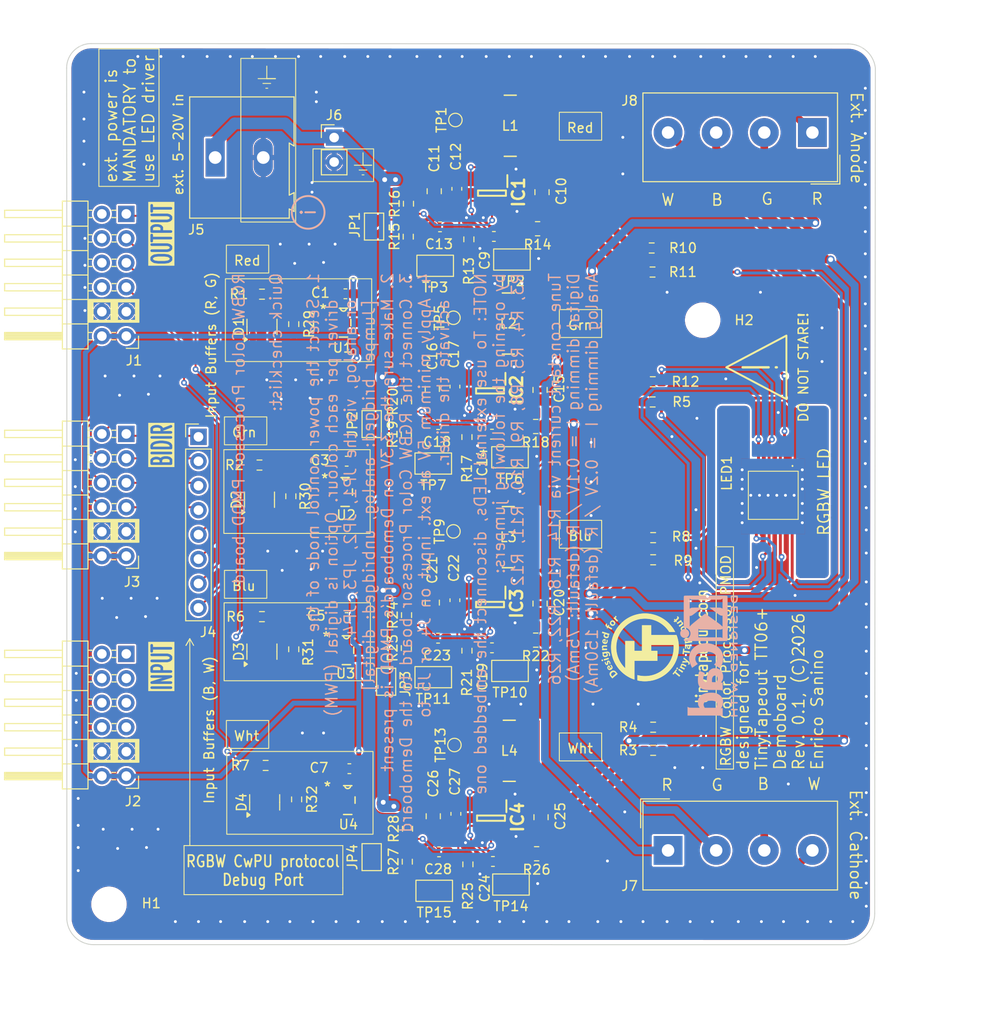
<source format=kicad_pcb>
(kicad_pcb (version 20241229) (generator "pcbnew") (generator_version "9.0")
  (layers (0 "F.Cu" signal) (2 "B.Cu" signal) (13 "F.Paste" user) (15 "B.Paste" user) (5 "F.SilkS" user "F.Silkscreen") (7 "B.SilkS" user "B.Silkscreen") (1 "F.Mask" user) (3 "B.Mask" user) (25 "Edge.Cuts" user))
  (net 0 "")
  (net 1 "/PMOD1_BF")
  (net 2 "GND")
  (net 3 "Net-(IC2-SW)")
  (net 4 "Net-(IC2-BOOT)")
  (net 5 "/red_k")
  (net 6 "/red_a")
  (net 7 "Net-(IC2-FB)")
  (net 8 "/PMOD2_BF")
  (net 9 "/green_k")
  (net 10 "/green_a")
  (net 11 "/PMOD3_BF")
  (net 12 "/blue_a")
  (net 13 "/blue_k")
  (net 14 "/PMOD4_BF")
  (net 15 "/white_k")
  (net 16 "/white_a")
  (net 17 "/r_dim_ana")
  (net 18 "+3.3V")
  (net 19 "PMOD4")
  (net 20 "/g_dim_ana")
  (net 21 "PMOD2")
  (net 22 "/b_dim_ana")
  (net 23 "/w_dim_ana")
  (net 24 "PMOD3")
  (net 25 "PMOD1")
  (net 26 "+5.0V")
  (net 27 "unconnected-(LED1-EP-Pad9)")
  (net 32 "Net-(LED1-ANODE_WHITE)")
  (net 33 "Net-(LED1-CATHODE_GREEN)")
  (net 34 "Net-(LED1-CATHODE_WHITE)")
  (net 35 "Net-(LED1-ANODE_GREEN)")
  (net 36 "Net-(LED1-CATHODE_RED)")
  (net 37 "Net-(LED1-ANODE_RED)")
  (net 38 "Net-(LED1-ANODE_BLUE)")
  (net 39 "Net-(LED1-CATHODE_BLUE)")
  (net 40 "Net-(D2-K)")
  (net 41 "Net-(D3-K)")
  (net 42 "Net-(D1-K)")
  (net 43 "Net-(D4-K)")
  (net 48 "Net-(IC1-SW)")
  (net 49 "Net-(IC1-BOOT)")
  (net 50 "Net-(IC1-FB)")
  (net 51 "Net-(IC3-BOOT)")
  (net 52 "Net-(IC3-SW)")
  (net 53 "Net-(IC3-FB)")
  (net 54 "Net-(IC4-SW)")
  (net 55 "Net-(IC4-BOOT)")
  (net 56 "Net-(IC4-FB)")
  (net 57 "dbg2")
  (net 58 "dbg6")
  (net 59 "dbg5")
  (net 60 "dbg0")
  (net 61 "dbg3")
  (net 62 "dbg1")
  (net 63 "dbg4")
  (net 64 "dbg7")
  (footprint "Resistor_SMD:R_0603_1608Metric_Pad0.98x0.95mm_HandSolder" (layer "F.Cu") (at 124.75 85.3)
    (property "Reference" "R9")
    (property "Value" "0")
  )
  (footprint "Capacitor_SMD:C_0805_2012Metric_Pad1.18x1.45mm_HandSolder" (layer "F.Cu") (at 113 89.85 -90)
    (property "Reference" "C20")
    (property "Value" "10u")
  )
  (footprint "TPS54201DDCR:SOT95P280X110-6N" (layer "F.Cu") (at 108 47.2 -90)
    (property "Reference" "IC1")
    (property "Value" "TPS54201DDCR" (hide yes))
  )
  (footprint "Resistor_SMD:R_0603_1608Metric_Pad0.98x0.95mm_HandSolder" (layer "F.Cu") (at 124.7125 66.8)
    (property "Reference" "R12")
    (property "Value" "0")
  )
  (footprint "Capacitor_SMD:C_0603_1608Metric_Pad1.08x0.95mm_HandSolder" (layer "F.Cu") (at 102.4 71.25)
    (property "Reference" "C18")
    (property "Value" "82n")
  )
  (footprint "MountingHole:MountingHole_3.2mm_M3_ISO7380" (layer "F.Cu") (at 68.2 121.1)
    (property "Reference" "H1")
    (property "Value" "MountingHole")
  )
  (footprint "Capacitor_SMD:C_0603_1608Metric_Pad1.08x0.95mm_HandSolder" (layer "F.Cu") (at 102.4 93.45)
    (property "Reference" "C23")
    (property "Value" "82n")
  )
  (footprint "Resistor_SMD:R_0603_1608Metric_Pad0.98x0.95mm_HandSolder" (layer "F.Cu") (at 124.7 68.9)
    (property "Reference" "R5")
    (property "Value" "0")
  )
  (footprint "TerminalBlock_Altech:Altech_AK100_1x04_P5.00mm" (layer "F.Cu") (at 141.3 40.9 180)
    (property "Reference" "J8")
    (property "Value" "Screw_Terminal_01x04")
  )
  (footprint "Resistor_SMD:R_0603_1608Metric_Pad0.98x0.95mm_HandSolder" (layer "F.Cu") (at 99.325 48.3 90)
    (property "Reference" "R16")
    (property "Value" "54.9k")
  )
  (footprint "Jumper:SolderJumper-2_P1.3mm_Open_TrianglePad1.0x1.5mm" (layer "F.Cu") (at 95.5 116.2 -90)
    (property "Reference" "JP4")
    (property "Value" "SolderJumper_2_Open")
  )
  (footprint "Resistor_SMD:R_0603_1608Metric_Pad0.98x0.95mm_HandSolder" (layer "F.Cu") (at 124.75 102.7)
    (property "Reference" "R4")
    (property "Value" "0")
  )
  (footprint "Capacitor_SMD:C_0603_1608Metric_Pad1.08x0.95mm_HandSolder" (layer "F.Cu") (at 104.15 67.3 -90)
    (property "Reference" "C17")
    (property "Value" "100n")
  )
  (footprint "Resistor_SMD:R_0603_1608Metric_Pad0.98x0.95mm_HandSolder" (layer "F.Cu") (at 84.0952 91.2098)
    (property "Reference" "R6")
    (property "Value" "220")
  )
  (footprint "SRR5028:IND_BOURNS_SRR5028" (layer "F.Cu") (at 109.9 40.2)
    (property "Reference" "L1")
    (property "Value" "150uH")
  )
  (footprint "TestPoint:TestPoint_Keystone_5015_Micro_Mini" (layer "F.Cu") (at 109.975 119.05 180)
    (property "Reference" "TP14")
    (property "Value" "TestPoint")
  )
  (footprint "Capacitor_SMD:C_0805_2012Metric_Pad1.18x1.45mm_HandSolder" (layer "F.Cu") (at 101.9 111.95 -90)
    (property "Reference" "C26")
    (property "Value" "10u")
  )
  (footprint "TPS54201DDCR:SOT95P280X110-6N" (layer "F.Cu") (at 107.8 67.75 -90)
    (property "Reference" "IC2")
    (property "Value" "TPS54201DDCR" (hide yes))
  )
  (footprint "MC74VHC1GT50DTT1:SOT95P275X110-5N" (layer "F.Cu") (at 93.0102 110.2704)
    (property "Reference" "U4")
    (property "Value" "MC74VHC1GT50DBVT1G")
  )
  (footprint "Resistor_SMD:R_0603_1608Metric_Pad0.98x0.95mm_HandSolder" (layer "F.Cu") (at 105.5 116.95 -90)
    (property "Reference" "R25")
    (property "Value" "910")
  )
  (footprint "TestPoint:TestPoint_Pad_D1.0mm" (layer "F.Cu") (at 104 82.35 90)
    (property "Reference" "TP9")
    (property "Value" "TestPoint")
  )
  (footprint "Capacitor_SMD:C_0805_2012Metric_Pad1.18x1.45mm_HandSolder" (layer "F.Cu") (at 113.1 112.05 -90)
    (property "Reference" "C25")
    (property "Value" "10u")
  )
  (footprint "Resistor_SMD:R_0603_1608Metric_Pad0.98x0.95mm_HandSolder" (layer "F.Cu") (at 99.1 94.475 90)
    (property "Reference" "R23")
    (property "Value" "100k")
  )
  (footprint "Resistor_SMD:R_0603_1608Metric_Pad0.98x0.95mm_HandSolder" (layer "F.Cu") (at 84.1 57.7)
    (property "Reference" "R1")
    (property "Value" "220")
  )
  (footprint "TestPoint:TestPoint_Pad_D1.0mm" (layer "F.Cu") (at 104.1 104.55 90)
    (property "Reference" "TP13")
    (property "Value" "TestPoint")
  )
  (footprint "Capacitor_SMD:C_0603_1608Metric_Pad1.08x0.95mm_HandSolder" (layer "F.Cu") (at 102.6 50.7)
    (property "Reference" "C13")
    (property "Value" "82n")
  )
  (footprint "Capacitor_SMD:C_0603_1608Metric_Pad1.08x0.95mm_HandSolder" (layer "F.Cu") (at 108 94.45 180)
    (property "Reference" "C19")
    (property "Value" "100n")
  )
  (footprint "Resistor_SMD:R_0603_1608Metric_Pad0.98x0.95mm_HandSolder" (layer "F.Cu") (at 87.7 110.2 90)
    (property "Reference" "R32")
    (property "Value" "100k")
  )
  (footprint "TinyTapeout_PMOD:PinHeader_2x06_P2.54mm_PMODPeriph2B" (layer "F.Cu") (at 70 84.92 180)
    (property "Reference" "J3")
    (property "Value" "PMOD")
  )
  (footprint "Capacitor_SMD:C_0603_1608Metric_Pad1.08x0.95mm_HandSolder" (layer "F.Cu") (at 104.35 46.75 -90)
    (property "Reference" "C12")
    (property "Value" "100n")
  )
  (footprint "TestPoint:TestPoint_Keystone_5015_Micro_Mini" (layer "F.Cu") (at 101.9 75.3 180)
    (property "Reference" "TP7")
    (property "Value" "TestPoint")
  )
  (footprint "Resistor_SMD:R_0603_1608Metric_Pad0.98x0.95mm_HandSolder" (layer "F.Cu") (at 87.1 78.7 90)
    (property "Reference" "R30")
    (property "Value" "100k")
  )
  (footprint "Capacitor_SMD:C_0805_2012Metric_Pad1.18x1.45mm_HandSolder" (layer "F.Cu") (at 113 67.65 -90)
    (property "Reference" "C15")
    (property "Value" "10u")
  )
  (footprint "Resistor_SMD:R_0603_1608Metric_Pad0.98x0.95mm_HandSolder" (layer "F.Cu") (at 84.4802 106.6727)
    (property "Reference" "R7")
    (property "Value" "220")
  )
  (footprint "SRR5028:IND_BOURNS_SRR5028" (layer "F.Cu") (at 109.8 105.15)
    (property "Reference" "L4")
    (property "Value" "150uH")
  )
  (footprint "MountingHole:MountingHole_3.2mm_M3_ISO7380" (layer "F.Cu") (at 129.9 60.4)
    (property "Reference" "H2")
    (property "Value" "MountingHole")
  )
  (footprint "TPS54201DDCR:SOT95P280X110-6N" (layer "F.Cu") (at 107.8 89.95 -90)
    (property "Reference" "IC3")
    (property "Value" "TPS54201DDCR" (hide yes))
  )
  (footprint "Resistor_SMD:R_0603_1608Metric_Pad0.98x0.95mm_HandSolder" (layer "F.Cu") (at 124.75 105.1)
    (property "Reference" "R3")
    (property "Value" "0")
  )
  (footprint "TinyTapeout_PMOD:PinHeader_2x06_P2.54mm_PMODPeriph2B" (layer "F.Cu") (at 70 107.78 180)
    (property "Reference" "J2")
    (property "Value" "PMOD")
  )
  (footprint "Capacitor_SMD:C_0603_1608Metric_Pad1.08x0.95mm_HandSolder" (layer "F.Cu") (at 108.2 51.7 180)
    (property "Reference" "C9")
    (property "Value" "100n")
  )
  (footprint "TestPoint:TestPoint_Keystone_5015_Micro_Mini" (layer "F.Cu") (at 109.875 96.85 180)
    (property "Reference" "TP10")
    (property "Value" "TestPoint")
  )
  (footprint "Resistor_SMD:R_0603_1608Metric_Pad0.98x0.95mm_HandSolder" (layer "F.Cu") (at 124.75 83)
    (property "Reference" "R8")
    (property "Value" "0")
  )
  (footprint "TerminalBlock_Altech:Altech_AK100_1x04_P5.00mm" (layer "F.Cu") (at 126.3 115.5)
    (property "Reference" "J7")
    (property "Value" "Screw_Terminal_01x04")
  )
  (footprint "TestPoint:TestPoint_Keystone_5015_Micro_Mini" (layer "F.Cu") (at 102 119.7 180)
    (property "Reference" "TP15")
    (property "Value" "TestPoint")
  )
  (footprint "Resistor_SMD:R_0603_1608Metric_Pad0.98x0.95mm_HandSolder" (layer "F.Cu") (at 105.4 94.75 -90)
    (property "Reference" "R21")
    (property "Value" "910")
  )
  (footprint "Capacitor_SMD:C_0603_1608Metric_Pad1.08x0.95mm_HandSolder" (layer "F.Cu") (at 92.9027 75.0579 180)
    (property "Reference" "C3")
    (property "Value" "100n")
  )
  (footprint "Package_TO_SOT_SMD:SOT-23-3" (layer "F.Cu") (at 83.8402 79.0579 90)
    (property "Reference" "D2")
    (property "Value" "BZX84Cxx")
  )
  (footprint "Capacitor_SMD:C_0805_2012Metric_Pad1.18x1.45mm_HandSolder" (layer "F.Cu") (at 101.8 67.55 -90)
    (property "Reference" "C16")
    (property "Value" "10u")
  )
  (footprint "Resistor_SMD:R_0603_1608Metric_Pad0.98x0.95mm_HandSolder" (layer "F.Cu") (at 99.225 113.25 90)
    (property "Reference" "R28")
    (property "Value" "54.9k")
  )
  (footprint "Resistor_SMD:R_0805_2012Metric_Pad1.20x1.40mm_HandSolder" (layer "F.Cu") (at 112.7426 50.9 180)
    (property "Reference" "R14")
    (property "Value" "1.33")
  )
  (footprint "Resistor_SMD:R_0603_1608Metric_Pad0.98x0.95mm_HandSolder" (layer "F.Cu") (at 105.6 52 -90)
    (property "Reference" "R13")
    (property "Value" "910")
  )
  (footprint "Resistor_SMD:R_0603_1608Metric_Pad0.98x0.95mm_HandSolder" (layer "F.Cu") (at 99.2 116.675 90)
    (property "Reference" "R27")
    (property "Value" "100k")
  )
  (footprint "Jumper:SolderJumper-2_P1.3mm_Open_TrianglePad1.0x1.5mm" (layer "F.Cu") (at 97 97.975 -90)
    (property "Reference" "JP3")
    (property "Value" "SolderJumper_2_Open" (hide yes))
  )
  (footprint "Package_TO_SOT_SMD:SOT-23-3" (layer "F.Cu") (at 84.0952 94.8473 90)
    (property "Reference" "D3")
    (property "Value" "BZX84Cxx")
  )
  (footprint "L1MC-RGB3080500MP0:L1MCRGB3080500MP0" (layer "F.Cu") (at 137.232 78.6 -90)
    (property "Reference" "LED1")
    (property "Value" "L1MC-RGB3080500MP0" (hide yes))
  )
  (footprint "Package_TO_SOT_SMD:SOT-23-3" (layer "F.Cu") (at 84.3802 110.5102 90)
    (property "Reference" "D4")
    (property "Value" "BZX84Cxx")
  )
  (footprint "Capacitor_SMD:C_0603_1608Metric_Pad1.08x0.95mm_HandSolder" (layer "F.Cu") (at 92.77 57.6602 180)
    (property "Reference" "C1")
    (property "Value" "100n")
  )
  (footprint "SRR5028:IND_BOURNS_SRR5028" (layer "F.Cu") (at 109.7 82.95)
    (property "Reference" "L3")
    (property "Value" "150uH")
  )
  (footprint "Resistor_SMD:R_0603_1608Metric_Pad0.98x0.95mm_HandSolder" (layer "F.Cu") (at 99.1 72.275 90)
    (property "Reference" "R19")
    (property "Value" "100k")
  )
  (footprint "TPS54201DDCR:SOT95P280X110-6N" (layer "F.Cu") (at 107.9 112.15 -90)
    (property "Reference" "IC4")
    (property "Value" "TPS54201DDCR" (hide yes))
  )
  (footprint "TestPoint:TestPoint_Pad_D1.0mm" (layer "F.Cu") (at 104.2 39.6 90)
    (property "Reference" "TP1")
    (property "Value" "TestPoint")
  )
  (footprint "Capacitor_SMD:C_0603_1608Metric_Pad1.08x0.95mm_HandSolder" (layer "F.Cu") (at 104.25 111.7 -90)
    (property "Reference" "C27")
    (property "Value" "100n")
  )
  (footprint "MC74VHC1GT50DTT1:SOT95P275X110-5N" (layer "F.Cu") (at 92.57 60.6602)
    (property "Reference" "U1")
    (property "Value" "MC74VHC1GT50DBVT1G")
  )
  (footprint "TinyTapeout_PMOD:PinHeader_2x06_P2.54mm_PMODPeriph2B" (layer "F.Cu") (at 70 62.06 180)
    (property "Reference" "J1")
    (property "Value" "PMOD")
  )
  (footprint "Connector_PinHeader_2.54mm:PinHeader_1x08_P2.54mm_Vertical" (layer "F.Cu") (at 77.5 72.525)
    (property "Reference" "J4")
    (property "Value" "Conn_01x08_Pin")
  )
  (footprint "Jumper:SolderJumper-2_P1.3mm_Open_TrianglePad1.0x1.5mm" (layer "F.Cu") (at 95.5 71.2 -90)
    (property "Reference" "JP2")
    (property "Value" "SolderJumper_2_Open")
  )
  (footprint "Capacitor_SMD:C_0603_1608Metric_Pad1.08x0.95mm_HandSolder" (layer "F.Cu") (at 108 72.25 180)
    (property "Reference" "C14")
    (property "Value" "100n")
  )
  (footprint "Resistor_SMD:R_0805_2012Metric_Pad1.20x1.40mm_HandSolder" (layer "F.Cu") (at 112.5426 71.45 180)
    (property "Reference" "R18")
    (property "Value" "1.33")
  )
  (footprint "Capacitor_SMD:C_0805_2012Metric_Pad1.18x1.45mm_HandSolder" (layer "F.Cu") (at 102 47 -90)
    (property "Reference" "C11")
    (property "Value" "10u")
  )
  (footprint "Capacitor_SMD:C_0603_1608Metric_Pad1.08x0.95mm_HandSolder" (layer "F.Cu") (at 92.8952 91.3098 180)
    (property "Reference" "C5")
    (property "Value" "100n")
  )
  (footprint "Resistor_SMD:R_0603_1608Metric_Pad0.98x0.95mm_HandSolder" (layer "F.Cu") (at 105.4 72.55 -90)
    (property "Reference" "R17")
    (property "Value" "910")
  )
  (footprint "Capacitor_SMD:C_0603_1608Metric_Pad1.08x0.95mm_HandSolder" (layer "F.Cu") (at 102.5 115.65)
    (property "Reference" "C28")
    (property "Value" "82n")
  )
  (footprint "Resistor_SMD:R_0603_1608Metric_Pad0.98x0.95mm_HandSolder" (layer "F.Cu") (at 87.4 60.8125 90)
    (property "Reference" "R29")
    (property "Value" "100k")
  )
  (footprint "Capacitor_SMD:C_0603_1608Metric_Pad1.08x0.95mm_HandSolder" (layer "F.Cu") (at 104.15 89.5 -90)
    (property "Reference" "C22")
    (property "Value" "100n")
  )
  (footprint "Resistor_SMD:R_0805_2012Metric_Pad1.20x1.40mm_HandSolder" (layer "F.Cu") (at 112.5426 93.65 180)
    (property "Reference" "R22")
    (property "Value" "1.33")
  )
  (footprint "TestPoint:TestPoint_Keystone_5015_Micro_Mini" (layer "F.Cu") (at 101.9 97.5 180)
    (property "Reference" "TP11")
    (property "Value" "TestPoint")
  )
  (footprint "MC74VHC1GT50DTT1:SOT95P275X110-5N" (layer "F.Cu") (at 92.8752 94.7)
    (property "Reference" "U3")
    (property "Value" "MC74VHC1GT50DBVT1G")
  )
  (footprint "Resistor_SMD:R_0805_2012Metric_Pad1.20x1.40mm_HandSolder" (layer "F.Cu") (at 112.6426 115.85 180)
    (property "Reference" "R26")
    (property "Value" "1.33")
  )
  (footprint "Resistor_SMD:R_0603_1608Metric_Pad0.98x0.95mm_HandSolder" (layer "F.Cu") (at 124.6875 55.4)
    (property "Reference" "R11")
    (property "Value" "0")
  )
  (footprint "Jumper:SolderJumper-2_P1.3mm_Open_TrianglePad1.0x1.5mm" (layer "F.Cu") (at 95.75 50.675 -90)
    (property "Reference" "JP1")
    (property "Value" "SolderJumper_2_Open")
  )
  (footprint "Package_TO_SOT_SMD:SOT-23-3" (layer "F.Cu") (at 84.1 61.1 90)
    (property "Reference" "D1")
    (property "Value" "BZX84Cxx")
  )
  (footprint "Resistor_SMD:R_0603_1608Metric_Pad0.98x0.95mm_HandSolder" (layer "F.Cu") (at 99.125 68.85 90)
    (property "Reference" "R20")
    (property "Value" "54.9k")
  )
  (footprint "TestPoint:TestPoint_Pad_D1.0mm" (layer "F.Cu") (at 104 60.15 90)
    (property "Reference" "TP5")
    (property "Value" "TestPoint")
  )
  (footprint "MC74VHC1GT50DTT1:SOT95P275X110-5N" (layer "F.Cu") (at 92.7402 78.2579)
    (property "Reference" "U2")
    (property "Value" "MC74VHC1GT50DBVT1G" (hide yes))
  )
  (footprint "Connector_PinHeader_2.54mm:PinHeader_1x02_P2.54mm_Vertical" (layer "F.Cu") (at 91.6 41.425)
    (property "Reference" "J6")
    (property "Value" "Conn_01x02_Pin")
  )
  (footprint "SRR5028:IND_BOURNS_SRR5028" (layer "F.Cu") (at 109.7 60.75)
    (property "Reference" "L2")
    (property "Value" "150uH")
  )
  (footprint "TerminalBlock:TerminalBlock_Altech_AK300-2_P5.00mm" (layer "F.Cu") (at 79.235 43.5)
    (property "Reference" "J5")
    (property "Value" "Screw_Terminal_01x02")
  )
  (footprint "TestPoint:TestPoint_Keystone_5015_Micro_Mini" (layer "F.Cu") (at 110.075 54.1 180)
    (property "Reference" "TP2")
    (property "Value" "TestPoint")
  )
  (footprint "Capacitor_SMD:C_0805_2012Metric_Pad1.18x1.45mm_HandSolder" (layer "F.Cu") (at 113.2 47.1 -90)
    (property "Reference" "C10")
    (property "Value" "10u")
  )
  (footprint "Resistor_SMD:R_0603_1608Metric_Pad0.98x0.95mm_HandSolder" (layer "F.Cu") (at 87.4 94.6 90)
    (property "Reference" "R31")
    (property "Value" "100k")
  )
  (footprint "Capacitor_SMD:C_0603_1608Metric_Pad1.08x0.95mm_HandSolder" (layer "F.Cu") (at 93.1802 107.0102 180)
    (property "Reference" "C7")
    (property "Value" "100n")
  )
  (footprint "TestPoint:TestPoint_Keystone_5015_Micro_Mini" (layer "F.Cu") (at 102.1 54.75 180)
    (property "Reference" "TP3")
    (property "Value" "TestPoint")
  )
  (footprint "TestPoint:TestPoint_Keystone_5015_Micro_Mini" (layer "F.Cu") (at 109.875 74.65 180)
    (property "Reference" "TP6")
    (property "Value" "TestPoint")
  )
  (footprint "Resistor_SMD:R_0603_1608Metric_Pad0.98x0.95mm_HandSolder" (layer "F.Cu") (at 99.125 91.05 90)
    (property "Reference" "R24")
    (property "Value" "54.9k")
  )
  (footprint "Capacitor_SMD:C_0805_2012Metric_Pad1.18x1.45mm_HandSolder" (layer "F.Cu") (at 101.8 89.75 -90)
    (property "Reference" "C21")
    (property "Value" "10u")
  )
  (footprint "Capacitor_SMD:C_0603_1608Metric_Pad1.08x0.95mm_HandSolder" (layer "F.Cu") (at 108.1 116.65 180)
    (property "Reference" "C24")
    (property "Value" "100n")
  )
  (footprint "TinyTapeout_PMOD:TT_PMOD_Logo_7mm" (layer "F.Cu") (at 123.944669 94.357035 90)
    (property "Reference" "LOGO1" (hide yes))
    (property "Value" "PMOD_LOGO")
  )
  (footprint "Resistor_SMD:R_0603_1608Metric_Pad0.98x0.95mm_HandSolder" (layer "F.Cu") (at 99.3 51.725 90)
    (property "Reference" "R15")
    (property "Value" "100k")
  )
  (footprint "Resistor_SMD:R_0603_1608Metric_Pad0.98x0.95mm_HandSolder" (layer "F.Cu") (at 124.6 52.9)
    (property "Reference" "R10")
    (property "Value" "0")
  )
  (footprint "Resistor_SMD:R_0603_1608Metric_Pad0.98x0.95mm_HandSolder" (layer "F.Cu") (at 83.8402 75.4579)
    (property "Reference" "R2")
    (property "Value" "220")
  )
  (footprint "Symbol:KiCad-Logo2_5mm_SilkScreen" (layer "B.Cu") (at 130.542938 95.3 -90)
    (property "Reference" "LOGO2" (hide yes))
    (property "Value" "KiCad-Logo2_5mm_SilkScreen" (hide yes))
  )
  (gr_rect (start 89.4 42.6) (end 95.7 46) (stroke (width 0.1)) (fill no) (layer "F.SilkS"))
  (gr_line (start 94.5 45.3) (end 94.7 45.3) (stroke (width 0.1)) (layer "F.SilkS"))
  (gr_line (start 76.6 114) (end 76.6 115) (stroke (width 0.1)) (layer "F.SilkS"))
  (gr_line (start 94.6 43) (end 94.6 44.3) (stroke (width 0.1)) (layer "F.SilkS"))
  (gr_line (start 134.05 65.3) (end 136.75 65.3) (stroke (width 0.25)) (layer "F.SilkS"))
  (gr_rect (start 81.9 33.2) (end 87.6 50.2) (stroke (width 0.1)) (fill no) (layer "F.SilkS"))
  (gr_line (start 94.2 44.8) (end 95 44.8) (stroke (width 0.1)) (layer "F.SilkS"))
  (gr_line (start 76 115) (end 76.6 115) (stroke (width 0.1)) (layer "F.SilkS"))
  (gr_poly (pts (xy 138.6 68.6) (xy 138.6 62) (xy 132.35 65.3)) (stroke (width 0.2)) (fill no) (layer "F.SilkS"))
  (gr_rect (start 67.15 32.2) (end 73.4 46.5) (stroke (width 0.1)) (fill no) (layer "F.SilkS"))
  (gr_rect (start 115 103.3) (end 119.4 106.2) (stroke (width 0.1)) (fill no) (layer "F.SilkS"))
  (gr_line (start 84.2 35.8) (end 85 35.8) (stroke (width 0.1)) (layer "F.SilkS"))
  (gr_rect (start 80.1652 89.7704) (end 95.3652 97.8704) (stroke (width 0.1)) (fill no) (layer "F.SilkS"))
  (gr_line (start 92.5 119.4) (end 92.5 120.1) (stroke (width 0.1)) (layer "F.SilkS"))
  (gr_rect (start 115 38.8) (end 119.4 41.7) (stroke (width 0.1)) (fill no) (layer "F.SilkS"))
  (gr_line (start 76.2 94.2) (end 76.6 93.5) (stroke (width 0.1)) (layer "F.SilkS"))
  (gr_line (start 85.5 35.3) (end 83.7 35.3) (stroke (width 0.1)) (layer "F.SilkS"))
  (gr_rect (start 80.2 86.4) (end 84.6 89.3) (stroke (width 0.1)) (fill no) (layer "F.SilkS"))
  (gr_rect (start 80.3 56.1) (end 95.5 64.7) (stroke (width 0.1)) (fill no) (layer "F.SilkS"))
  (gr_line (start 95.5 44.3) (end 93.7 44.3) (stroke (width 0.1)) (layer "F.SilkS"))
  (gr_line (start 76.6 93.5) (end 76.6 114) (stroke (width 0.1)) (layer "F.SilkS"))
  (gr_line (start 76.6 93.5) (end 76.2 94.2) (stroke (width 0.1)) (layer "F.SilkS"))
  (gr_line (start 84.6 34) (end 84.6 35.3) (stroke (width 0.1)) (layer "F.SilkS"))
  (gr_rect (start 80.1402 73.8579) (end 95.3402 82.5579) (stroke (width 0.1)) (fill no) (layer "F.SilkS"))
  (gr_rect (start 80.4402 105.2204) (end 95.6402 113.8204) (stroke (width 0.1)) (fill no) (layer "F.SilkS"))
  (gr_line (start 131.3 83.95) (end 133.1 83.95) (stroke (width 0.1)) (layer "F.SilkS"))
  (gr_line (start 94.6 44.3) (end 95.5 44.3) (stroke (width 0.1)) (layer "F.SilkS"))
  (gr_rect (start 80.4 52.6) (end 84.8 55.5) (stroke (width 0.1)) (fill no) (layer "F.SilkS"))
  (gr_rect (start 115 59.3) (end 119.4 62.2) (stroke (width 0.1)) (fill no) (layer "F.SilkS"))
  (gr_rect (start 80.4 102) (end 84.8 104.9) (stroke (width 0.1)) (fill no) (layer "F.SilkS"))
  (gr_line (start 84.5 36.3) (end 84.7 36.3) (stroke (width 0.1)) (layer "F.SilkS"))
  (gr_line (start 76.6 115) (end 92.5 115) (stroke (width 0.1)) (layer "F.SilkS"))
  (gr_line (start 133.1 83.95) (end 133.1 107.05) (stroke (width 0.1)) (layer "F.SilkS"))
  (gr_line (start 131.3 107.05) (end 131.3 83.95) (stroke (width 0.1)) (layer "F.SilkS"))
  (gr_line (start 137.5 65.3) (end 137.6 65.3) (stroke (width 0.25)) (layer "F.SilkS"))
  (gr_line (start 92.5 115) (end 92.5 119.4) (stroke (width 0.1)) (layer "F.SilkS"))
  (gr_line (start 133.1 107.05) (end 131.3 107.05) (stroke (width 0.1)) (layer "F.SilkS"))
  (gr_line (start 76.6 93.5) (end 77 94.2) (stroke (width 0.1)) (layer "F.SilkS"))
  (gr_line (start 76 120.1) (end 76 115) (stroke (width 0.1)) (layer "F.SilkS"))
  (gr_rect (start 115 81.2) (end 119.4 84.1) (stroke (width 0.1)) (fill no) (layer "F.SilkS"))
  (gr_rect (start 80.2 70.45) (end 84.6 73.35) (stroke (width 0.1)) (fill no) (layer "F.SilkS"))
  (gr_line (start 84.6 35.3) (end 85.5 35.3) (stroke (width 0.1)) (layer "F.SilkS"))
  (gr_line (start 92.5 120.1) (end 76 120.1) (stroke (width 0.1)) (layer "F.SilkS"))
  (gr_circle (center 88.9 49.198972) (end 88.959126 50.898972) (stroke (width 0.2)) (fill no) (layer "B.SilkS"))
  (gr_line (start 144.716348 125.3) (end 66.620801 125.296282) (stroke (width 0.1)) (layer "Edge.Cuts"))
  (gr_arc (start 145 31.700001) (mid 146.902182 32.399234) (end 147.84089 34.195355) (stroke (width 0.1)) (layer "Edge.Cuts"))
  (gr_arc (start 66.620801 125.296282) (mid 64.712423 124.5503) (end 63.82395 122.703949) (stroke (width 0.1)) (layer "Edge.Cuts"))
  (gr_arc (start 63.8 34.2) (mid 64.543934 32.403934) (end 66.34 31.66) (stroke (width 0.1)) (layer "Edge.Cuts"))
  (gr_line (start 63.823949 59.203949) (end 63.8 34.2) (stroke (width 0.1)) (layer "Edge.Cuts"))
  (gr_line (start 147.84089 34.195355) (end 147.773835 122.061968) (stroke (width 0.1)) (layer "Edge.Cuts"))
  (gr_line (start 66.34 31.66) (end 145 31.7) (stroke (width 0.1)) (layer "Edge.Cuts"))
  (gr_line (start 63.823949 122.703949) (end 63.823949 59.203949) (stroke (width 0.1)) (layer "Edge.Cuts"))
  (gr_arc (start 147.773834 122.061968) (mid 146.888657 124.288666) (end 144.716348 125.299999) (stroke (width 0.1)) (layer "Edge.Cuts"))
  (gr_text "BIDIR" (at 74.9 71.04 90) (layer "F.SilkS" knockout) (effects (font (size 2 1.1) (thickness 0.275) (bold yes)) (justify right bottom)))
  (gr_text "RGBW Color Processor PMOD" (at 132.9 106.85 90) (layer "F.SilkS") (effects (font (size 1 1)) (justify left bottom)))
  (gr_text "Blu" (at 80.894048 88.6 0) (layer "F.SilkS") (effects (font (size 1 1)) (justify left bottom)))
  (gr_text "Grn" (at 115.813095 61.5 0) (layer "F.SilkS") (effects (font (size 1 1)) (justify left bottom)))
  (gr_text "W" (at 140.7 109.3 0) (layer "F.SilkS") (effects (font (size 1.2 1.2)) (justify left bottom)))
  (gr_text "INPUT" (at 74.9 93.9 90) (layer "F.SilkS" knockout) (effects (font (size 2 1.1) (thickness 0.275) (bold yes)) (justify right bottom)))
  (gr_text "RGBW LED" (at 143.2 82.9 90) (layer "F.SilkS") (effects (font (size 1.2 1.2)) (justify left bottom)))
  (gr_text "OUTPUT" (at 74.9 48.18 90) (layer "F.SilkS" knockout) (effects (font (size 2 1.1) (thickness 0.275) (bold yes)) (justify right bottom)))
  (gr_text "Grn" (at 80.894048 72.65 0) (layer "F.SilkS") (effects (font (size 1 1)) (justify left bottom)))
  (gr_text "designed for \nTinyTapeout TT06+ \nDemoboard\nRev. 0.1, (C)2026\nEnrico Sanino" (at 142.5 107.25 90) (layer "F.SilkS") (effects (font (size 1.2 1.2)) (justify left bottom)))
  (gr_text "R" (at 125.5 109.4 0) (layer "F.SilkS") (effects (font (size 1.2 1.2)) (justify left bottom)))
  (gr_text "ext. 5-20V in" (at 76 47.5 90) (layer "F.SilkS") (effects (font (size 1 1)) (justify left bottom)))
  (gr_text "Wht" (at 81.094048 104.2 0) (layer "F.SilkS") (effects (font (size 1 1)) (justify left bottom)))
  (gr_text "Input Buffers (B, W)" (at 79.2 110.75 90) (layer "F.SilkS") (effects (font (size 1 1)) (justify left bottom)))
  (gr_text "ext. power is\nMANDATORY to \nuse LED driver" (at 73 46.2 90) (layer "F.SilkS") (effects (font (size 1.2 1.2)) (justify left bottom)))
  (gr_text "Ext. Anode" (at 145.2 36.6 270) (layer "F.SilkS") (effects (font (size 1.2 1.2)) (justify left bottom)))
  (gr_text "RGBW CwPU protocol\nDebug Port" (at 84.2 117.6 0) (layer "F.SilkS") (effects (font (size 1.2 1) (thickness 0.17))))
  (gr_text "Red" (at 115.694048 41 0) (layer "F.SilkS") (effects (font (size 1 1)) (justify left bottom)))
  (gr_text "W" (at 125.5 48.6 0) (layer "F.SilkS") (effects (font (size 1.2 1.2)) (justify left bottom)))
  (gr_text "tinytapeout.com" (at 129.82 94.3 90) (layer "F.SilkS") (effects (font (size 1.2 1) (thickness 0.17))))
  (gr_text "Ext. Cathode" (at 145.1 109.1 270) (layer "F.SilkS") (effects (font (size 1.2 1.2)) (justify left bottom)))
  (gr_text "G" (at 135.9 48.5 0) (layer "F.SilkS") (effects (font (size 1.2 1.2)) (justify left bottom)))
  (gr_text "R" (at 141.1 48.5 0) (layer "F.SilkS") (effects (font (size 1.2 1.2)) (justify left bottom)))
  (gr_text "Blu" (at 115.860714 83.4 0) (layer "F.SilkS") (effects (font (size 1 1)) (justify left bottom)))
  (gr_text "G" (at 130.7 109.4 0) (layer "F.SilkS") (effects (font (size 1.2 1.2)) (justify left bottom)))
  (gr_text "B" (at 135.5 109.3 0) (layer "F.SilkS") (effects (font (size 1.2 1.2)) (justify left bottom)))
  (gr_text "B" (at 130.7 48.6 0) (layer "F.SilkS") (effects (font (size 1.2 1.2)) (justify left bottom)))
  (gr_text "Input Buffers (R, G)" (at 79.4 70.7 90) (layer "F.SilkS") (effects (font (size 1 1)) (justify left bottom)))
  (gr_text "Wht" (at 115.765476 105.5 0) (layer "F.SilkS") (effects (font (size 1 1)) (justify left bottom)))
  (gr_text "Red" (at 81.094048 54.8 0) (layer "F.SilkS") (effects (font (size 1 1)) (justify left bottom)))
  (gr_text "DO NOT STARE!" (at 140.95 71.1 90) (layer "F.SilkS") (effects (font (size 1 1)) (justify left bottom)))
  (gr_text "RGBW Color Processor PMOD board\n\nQuick checklist:\n\n1. Select the power control mode of the\n   driver per each colour. Option is digital (PWM) \n   or analog, via the JP1, JP2, JP3, JP4.\n   [Jumper bridged: analog, unbridged: digital]\n2. Make sure the 3.3V on Demoboard's PMOD is present\n3. Connect the RGBW Color Processor board to the Demoboard\n4. Apply minimum 5V at ext. input on J4 or J5 to\n   activate the driver. \n\nNOTE: To use external LEDs, disconnect the embedded one \nby opening the following jumpers:\nR3, R4, R5, R8, R9, R10, R11, R12\n\nTune constant current via R14, R18, R22, R26\nDigital dimming I = 0.1V / R (default: 75mA)\nAnalog dimming I = 0.2V / R (default: 150mA)" (at 119.1 55.4 90) (layer "B.SilkS") (effects (font (size 1.2 1.2)) (justify left bottom mirror)))
  (gr_text "i" (at 89.8 48.7 90) (layer "B.SilkS") (effects (font (size 1.5 1.5) (thickness 0.2)) (justify left bottom mirror)))
  (segment (start 95.75 51.4) (end 95.8 51.45) (width 0.2) (layer "F.Cu") (net 1))
  (segment (start 95.1 61.6) (end 93.84 61.6) (width 0.2) (layer "F.Cu") (net 1))
  (segment (start 95.75 60.95) (end 95.75 58.15) (width 0.2) (layer "F.Cu") (net 1))
  (segment (start 95.75 60.95) (end 95.1 61.6) (width 0.2) (layer "F.Cu") (net 1))
  (segment (start 99.3 52.6375) (end 98.25 51.5875) (width 0.2) (layer "F.Cu") (net 1))
  (segment (start 98.1375 51.45) (end 98.25 51.5625) (width 0.2) (layer "F.Cu") (net 1))
  (segment (start 99.3 54.6) (end 99.3 52.6375) (width 0.2) (layer "F.Cu") (net 1))
  (segment (start 98.25 51.5625) (end 98.25 51.5875) (width 0.2) (layer "F.Cu") (net 1))
  (segment (start 95.8 51.45) (end 98.1375 51.45) (width 0.2) (layer "F.Cu") (net 1))
  (segment (start 95.75 58.15) (end 99.3 54.6) (width 0.2) (layer "F.Cu") (net 1))
  (via (at 111.1 56.6) (size 0.6) (drill 0.3) (layers "F.Cu" "B.Cu") (net 2))
  (via (at 146.9 87.6) (size 0.6) (drill 0.3) (layers "F.Cu" "B.Cu") (net 2))
  (via (at 146.9 102.3) (size 0.6) (drill 0.3) (layers "F.Cu" "B.Cu") (net 2))
  (via (at 146.8 73) (size 0.6) (drill 0.3) (layers "F.Cu" "B.Cu") (net 2))
  (via (at 107 114.7) (size 0.6) (drill 0.3) (layers "F.Cu" "B.Cu") (net 2))
  (via (at 123.2 100.3) (size 0.6) (drill 0.3) (layers "F.Cu" "B.Cu") (net 2))
  (via (at 146.9 82.2) (size 0.6) (drill 0.3) (layers "F.Cu" "B.Cu") (net 2))
  (via (at 67.6 113.3) (size 0.6) (drill 0.3) (layers "F.Cu" "B.Cu") (net 2))
  (via (at 69 91.3) (size 0.6) (drill 0.3) (layers "F.Cu" "B.Cu") (net 2))
  (via (at 110.4 109.65) (size 0.6) (drill 0.3) (layers "F.Cu" "B.Cu") (net 2))
  (via (at 89.3 46.1) (size 0.6) (drill 0.3) (layers "F.Cu" "B.Cu") (net 2))
  (via (at 78.4 33) (size 0.6) (drill 0.3) (layers "F.Cu" "B.Cu") (net 2))
  (via (at 99.5 55.95) (size 0.6) (drill 0.3) (layers "F.Cu" "B.Cu") (net 2))
  (via (at 64.7 80) (size 0.6) (drill 0.3) (layers "F.Cu" "B.Cu") (net 2))
  (via (at 146.9 97.1) (size 0.6) (drill 0.3) (layers "F.Cu" "B.Cu") (net 2))
  (via (at 107.4 33) (size 0.6) (drill 0.3) (layers "F.Cu" "B.Cu") (net 2))
  (via (at 70.5 89.3) (size 0.6) (drill 0.3) (layers "F.Cu" "B.Cu") (net 2))
  (via (at 89.75 36.7) (size 0.6) (drill 0.3) (layers "F.Cu" "B.Cu") (net 2))
  (via (at 146.8 41) (size 0.6) (drill 0.3) (layers "F.Cu" "B.Cu") (net 2))
  (via (at 121.4 122.9) (size 0.6) (drill 0.3) (layers "F.Cu" "B.Cu") (net 2))
  (via (at 146.8 58.7) (size 0.6) (drill 0.3) (layers "F.Cu" "B.Cu") (net 2))
  (via (at 64.8 99.9) (size 0.6) (drill 0.3) (layers "F.Cu" "B.Cu") (net 2))
  (via (at 84.6 66.6) (size 0.6) (drill 0.3) (layers "F.Cu" "B.Cu") (net 2))
  (via (at 135.5 86.1) (size 0.6) (drill 0.3) (layers "F.Cu" "B.Cu") (net 2))
  (via (at 146.8 77.7) (size 0.6) (drill 0.3) (layers "F.Cu" "B.Cu") (net 2))
  (via (at 133.6 122.9) (size 0.6) (drill 0.3) (layers "F.Cu" "B.Cu") (net 2))
  (via (at 72 91.2) (size 0.6) (drill 0.3) (layers "F.Cu" "B.Cu") (net 2))
  (via (at 106.5 73.45) (size 0.6) (drill 0.3) (layers "F.Cu" "B.Cu") (net 2))
  (via (at 110.4 91.85) (size 0.6) (drill 0.3) (layers "F.Cu" "B.Cu") (net 2))
  (via (at 122.3 33) (size 0.6) (drill 0.3) (layers "F.Cu" "B.Cu") (net 2))
  (via (at 112.75 118.95) (size 0.6) (drill 0.3) (layers "F.Cu" "B.Cu") (net 2))
  (via (at 95.1 33) (size 0.6) (drill 0.3) (layers "F.Cu" "B.Cu") (net 2))
  (via (at 89.1 68.5) (size 0.6) (drill 0.3) (layers "F.Cu" "B.Cu") (net 2))
  (via (at 86.2 86.4) (size 0.6) (drill 0.3) (layers "F.Cu" "B.Cu") (net 2))
  (via (at 65.7 59.4) (size 0.6) (drill 0.3) (layers "F.Cu" "B.Cu") (net 2))
  (via (at 65.7 51.9) (size 0.6) (drill 0.3) (layers "F.Cu" "B.Cu") (net 2))
  (via (at 124.7 33) (size 0.6) (drill 0.3) (layers "F.Cu" "B.Cu") (net 2))
  (via (at 65 112.9) (size 0.6) (drill 0.3) (layers "F.Cu" "B.Cu") (net 2))
  (via (at 118.3 77.2) (size 0.6) (drill 0.3) (layers "F.Cu" "B.Cu") (net 2))
  (via (at 87 122.9) (size 0.6) (drill 0.3) (layers "F.Cu" "B.Cu") (net 2))
  (via (at 146.9 104.6) (size 0.6) (drill 0.3) (layers "F.Cu" "B.Cu") (net 2))
  (via (at 146.8 68.2) (size 0.6) (drill 0.3) (layers "F.Cu" "B.Cu") (net 2))
  (via (at 121.6 41.4) (size 0.6) (drill 0.3) (layers "F.Cu" "B.Cu") (net 2))
  (via (at 90.4 84.4) (size 0.6) (drill 0.3) (layers "F.Cu" "B.Cu") (net 2))
  (via (at 117.75 94.45) (size 0.6) (drill 0.3) (layers "F.Cu" "B.Cu") (net 2))
  (via (at 146.9 118.9) (size 0.6) (drill 0.3) (layers "F.Cu" "B.Cu") (net 2))
  (via (at 65.6 44.2) (size 0.6) (drill 0.3) (layers "F.Cu" "B.Cu") (net 2))
  (via (at 73.6 33) (size 0.6) (drill 0.3) (layers "F.Cu" "B.Cu") (net 2))
  (via (at 72.3 68.1) (size 0.6) (drill 0.3) (layers "F.Cu" "B.Cu") (net 2))
  (via (at 127 106.9) (size 0.6) (drill 0.3) (layers "F.Cu" "B.Cu") (net 2))
  (via (at 107.1 49.75) (size 0.6) (drill 0.3) (layers "F.Cu" "B.Cu") (net 2))
  (via (at 73.3 113.3) (size 0.6) (drill 0.3) (layers "F.Cu" "B.Cu") (net 2))
  (via (at 126.2 122.9) (size 0.6) (drill 0.3) (layers "F.Cu" "B.Cu") (net 2))
  (via (at 107.7 78.2) (size 0.6) (drill 0.3) (layers "F.Cu" "B.Cu") (net 2))
  (via (at 141.6 33) (size 0.6) (drill 0.3) (layers "F.Cu" "B.Cu") (net 2))
  (via (at 64.7 77.7) (size 0.6) (drill 0.3) (layers "F.Cu" "B.Cu") (net 2))
  (via (at 123.7 122.9) (size 0.6) (drill 0.3) (layers "F.Cu" "B.Cu") (net 2))
  (via (at 121.6 45.2) (size 0.6) (drill 0.3) (layers "F.Cu" "B.Cu") (net 2))
  (via (at 146.9 94.8) (size 0.6) (drill 0.3) (layers "F.Cu" "B.Cu") (net 2))
  (via (at 129.2 84.1) (size 0.6) (drill 0.3) (layers "F.Cu" "B.Cu") (net 2))
  (via (at 105.15 92.5) (size 0.6) (drill 0.3) (layers "F.Cu" "B.Cu") (net 2))
  (via (at 70.6 113.3) (size 0.6) (drill 0.3) (layers "F.Cu" "B.Cu") (net 2))
  (via (at 146.9 109.5) (size 0.6) (drill 0.3) (layers "F.Cu" "B.Cu") (net 2))
  (via (at 91.7 52.5) (size 0.6) (drill 0.3) (layers "F.Cu" "B.Cu") (net 2))
  (via (at 139.3 33) (size 0.6) (drill 0.3) (layers "F.Cu" "B.Cu") (net 2))
  (via (at 146.8 63.4) (size 0.6) (drill 0.3) (layers "F.Cu" "B.Cu") (net 2))
  (via (at 116 122.9) (size 0.6) (drill 0.3) (layers "F.Cu" "B.Cu") (net 2))
  (via (at 83.1 33) (size 0.6) (drill 0.3) (layers "F.Cu" "B.Cu") (net 2))
  (via (at 129.2 80.1) (size 0.6) (drill 0.3) (layers "F.Cu" "B.Cu") (net 2))
  (via (at 110.9 78.2) (size 0.6) (drill 0.3) (layers "F.Cu" "B.Cu") (net 2))
  (via (at 65.6 36.7) (size 0.6) (drill 0.3) (layers "F.Cu" "B.Cu") (net 2))
  (via (at 110.6 49.1) (size 0.6) (drill 0.3) (layers "F.Cu" "B.Cu") (net 2))
  (via (at 146.9 121.3) (size 0.6) (drill 0.3) (layers "F.Cu" "B.Cu") (net 2))
  (via (at 75.9 33) (size 0.6) (drill 0.3) (layers "F.Cu" "B.Cu") (net 2))
  (via (at 132.1 33) (size 0.6) (drill 0.3) (layers "F.Cu" "B.Cu") (net 2))
  (via (at 146.8 48.7) (size 0.6) (drill 0.3) (layers "F.Cu" "B.Cu") (net 2))
  (via (at 90.2 33) (size 0.6) (drill 0.3) (layers "F.Cu" "B.Cu") (net 2))
  (via (at 146.8 46.3) (size 0.6) (drill 0.3) (layers "F.Cu" "B.Cu") (net 2))
  (via (at 64.8 104.6) (size 0.6) (drill 0.3) (layers "F.Cu" "B.Cu") (net 2))
  (via (at 112.85 54) (size 0.6) (drill 0.3) (layers "F.Cu" "B.Cu") (net 2))
  (via (at 64.7 82.4) (size 0.6) (drill 0.3) (layers "F.Cu" "B.Cu") (net 2))
  (via (at 119 122.9) (size 0.6) (drill 0.3) (layers "F.Cu" "B.Cu") (net 2))
  (via (at 75.1 122.9) (size 0.6) (drill 0.3) (layers "F.Cu" "B.Cu") (net 2))
  (via (at 109.8 33) (size 0.6) (drill 0.3) (layers "F.Cu" "B.Cu") (net 2))
  (via (at 138.8 108.6) (size 0.6) (drill 0.3) (layers "F.Cu" "B.Cu") (net 2))
  (via (at 146.8 61) (size 0.6) (drill 0.3) (layers "F.Cu" "B.Cu") (net 2))
  (via (at 65.6 39.5) (size 0.6) (drill 0.3) (layers "F.Cu" "B.Cu") (net 2))
  (via (at 105.15 70.3) (size 0.6) (drill 0.3) (layers "F.Cu" "B.Cu") (net 2))
  (via (at 100.4 100.5) (size 0.6) (drill 0.3) (layers "F.Cu" "B.Cu") (net 2))
  (via (at 142.3 61.2) (size 0.6) (drill 0.3) (layers "F.Cu" "B.Cu") (net 2))
  (via (at 108.8 122.9) (size 0.6) (drill 0.3) (layers "F.Cu" "B.Cu") (net 2))
  (via (at 111 100.3) (size 0.6) (drill 0.3) (layers "F.Cu" "B.Cu") (net 2))
  (via (at 146.9 111.8) (size 0.6) (drill 0.3) (layers "F.Cu" "B.Cu") (net 2))
  (via (at 121.8 111.5) (size 0.6) (drill 0.3) (layers "F.Cu" "B.Cu") (net 2))
  (via (at 106.9 70.3) (size 0.6) (drill 0.3) (layers "F.Cu" "B.Cu") (net 2))
  (via (at 139.9 94.1) (size 0.6) (drill 0.3) (layers "F.Cu" "B.Cu") (net 2))
  (via (at 126.2 57.5) (size 0.6) (drill 0.3) (layers "F.Cu" "B.Cu") (net 2))
  (via (at 84.7 84.4) (size 0.6) (drill 0.3) (layers "F.Cu" "B.Cu") (net 2))
  (via (at 112.65 96.75) (size 0.6) (drill 0.3) (layers "F.Cu" "B.Cu") (net 2))
  (via (at 69.3 68.2) (size 0.6) (drill 0.3) (layers "F.Cu" "B.Cu") (net 2))
  (via (at 114.75 77.7) (size 0.6) (drill 0.3) (layers "F.Cu" "B.Cu") (net 2))
  (via (at 146.8 65.9) (size 0.6) (drill 0.3) (layers "F.Cu" "B.Cu") (net 2))
  (via (at 146.9 107) (size 0.6) (drill 0.3) (layers "F.Cu" "B.Cu") (net 2))
  (via (at 80.8 33) (size 0.6) (drill 0.3) (layers "F.Cu" "B.Cu") (net 2))
  (via (at 146.9 79.9) (size 0.6) (drill 0.3) (layers "F.Cu" "B.Cu") (net 2))
  (via (at 69.1 115.3) (size 0.6) (drill 0.3) (layers "F.Cu" "B.Cu") (net 2))
  (via (at 117.5 33) (size 0.6) (drill 0.3) (layers "F.Cu" "B.Cu") (net 2))
  (via (at 65 117.6) (size 0.6) (drill 0.3) (layers "F.Cu" "B.Cu") (net 2))
  (via (at 136 122.9) (size 0.6) (drill 0.3) (layers "F.Cu" "B.Cu") (net 2))
  (via (at 106.75 52.95) (size 0.6) (drill 0.3) (layers "F.Cu" "B.Cu") (net 2))
  (via (at 65 110.1) (size 0.6) (drill 0.3) (layers "F.Cu" "B.Cu") (net 2))
  (via (at 128.6 122.9) (size 0.6) (drill 0.3) (layers "F.Cu" "B.Cu") (net 2))
  (via (at 146.9 114.2) (size 0.6) (drill 0.3) (layers "F.Cu" "B.Cu") (net 2))
  (via (at 110.3 65.25) (size 0.6) (drill 0.3) (layers "F.Cu" "B.Cu") (net 2))
  (via (at 130.9 122.9) (size 0.6) (drill 0.3) (layers "F.Cu" "B.Cu") (net 2))
  (via (at 64.8 97.1) (size 0.6) (drill 0.3) (layers "F.Cu" "B.Cu") (net 2))
  (via (at 118.5 100.3) (size 0.6) (drill 0.3) (layers "F.Cu" "B.Cu") (net 2))
  (via (at 94.1 122.9) (size 0.6) (drill 0.3) (layers "F.Cu" "B.Cu") (net 2))
  (via (at 146.8 51.2) (size 0.6) (drill 0.3) (layers "F.Cu" "B.Cu") (net 2))
  (via (at 140.8 122.9) (size 0.6) (drill 0.3) (layers "F.Cu" "B.Cu") (net 2))
  (via (at 79.8 122.9) (size 0.6) (drill 0.3) (layers "F.Cu" "B.Cu") (net 2))
  (via (at 129.3 70.6) (size 0.6) (drill 0.3) (layers "F.Cu" "B.Cu") (net 2))
  (via (at 134.4 33) (size 0.6) (drill 0.3) (layers "F.Cu" "B.Cu") (net 2))
  (via (at 127 33) (size 0.6) (drill 0.3) (layers "F.Cu" "B.Cu") (net 2))
  (via (at 110.4 69.65) (size 0.6) (drill 0.3) (layers "F.Cu" "B.Cu") (net 2))
  (via (at 110.5 114.05) (size 0.6) (drill 0.3) (layers "F.Cu" "B.Cu") (net 2))
  (via (at 146.9 84.6) (size 0.6) (drill 0.3) (layers "F.Cu" "B.Cu") (net 2))
  (via (at 145.5 122.9) (size 0.6) (drill 0.3) (layers "F.Cu" "B.Cu") (net 2))
  (via (at 136.9 33) (size 0.6) (drill 0.3) (layers "F.Cu" "B.Cu") (net 2))
  (via (at 72.1 115.2) (size 0.6) (drill 0.3) (layers "F.Cu" "B.Cu") (net 2))
  (via (at 88.3 103.3) (size 0.6) (drill 0.3) (layers "F.Cu" "B.Cu") (net 2))
  (via (at 146.9 116.6) (size 0.6) (drill 0.3) (layers "F.Cu" "B.Cu") (net 2))
  (via (at 90.3 66.6) (size 0.6) (drill 0.3) (layers "F.Cu" "B.Cu") (net 2))
  (via (at 89.2 86.3) (size 0.6) (drill 0.3) (layers "F.Cu" "B.Cu") (net 2))
  (via (at 101.3 122.9) (size 0.6) (drill 0.3) (layers "F.Cu" "B.Cu") (net 2))
  (via (at 82.3 122.9) (size 0.6) (drill 0.3) (layers "F.Cu" "B.Cu") (net 2))
  (via (at 89.3 47.1) (size 0.6) (drill 0.3) (layers "F.Cu" "B.Cu") (net 2))
  (via (at 146.9 92.3) (size 0.6) (drill 0.3) (layers "F.Cu" "B.Cu") (net 2))
  (via (at 113.7 122.9) (size 0.6) (drill 0.3) (layers "F.Cu" "B.Cu") (net 2))
  (via (at 92.7 33) (size 0.6) (drill 0.3) (layers "F.Cu" "B.Cu") (net 2))
  (via (at 114.75 86.45) (size 0.6) (drill 0.3) (layers "F.Cu" "B.Cu") (net 2))
  (via (at 146.8 53.5) (size 0.6) (drill 0.3) (layers "F.Cu" "B.Cu") (net 2))
  (via (at 105.35 49.75) (size 0.6) (drill 0.3) (layers "F.Cu" "B.Cu") (net 2))
  (via (at 97.4 33) (size 0.6) (drill 0.3) (layers "F.Cu" "B.Cu") (net 2))
  (via (at 146.9 99.5) (size 0.6) (drill 0.3) (layers "F.Cu" "B.Cu") (net 2))
  (via (at 67.5 89.3) (size 0.6) (drill 0.3) (layers "F.Cu" "B.Cu") (net 2))
  (via (at 84.7 122.9) (size 0.6) (drill 0.3) (layers "F.Cu" "B.Cu") (net 2))
  (via (at 100.2 33) (size 0.6) (drill 0.3) (layers "F.Cu" "B.Cu") (net 2))
  (via (at 112.65 74.55) (size 0.6) (drill 0.3) (layers "F.Cu" "B.Cu") (net 2))
  (via (at 87.5 54.5) (size 0.6) (drill 0.3) (layers "F.Cu" "B.Cu") (net 2))
  (via (at 87.6 66.6) (size 0.6) (drill 0.3) (layers "F.Cu" "B.Cu") (net 2))
  (via (at 111.3 122.9) (size 0.6) (drill 0.3) (layers "F.Cu" "B.Cu") (net 2))
  (via (at 104.9 33) (size 0.6) (drill 0.3) (layers "F.Cu" "B.Cu") (net 2))
  (via (at 85.5 33) (size 0.6) (drill 0.3) (layers "F.Cu" "B.Cu") (net 2))
  (via (at 105.25 114.7) (size 0.6) (drill 0.3) (layers "F.Cu" "B.Cu") (net 2))
  (via (at 126.7 72.5) (size 0.6) (drill 0.3) (layers "F.Cu" "B.Cu") (net 2))
  (via (at 90.5 54.4) (size 0.6) (drill 0.3) (layers "F.Cu" "B.Cu") (net 2))
  (via (at 77.5 122.9) (size 0.6) (drill 0.3) (layers "F.Cu" "B.Cu") (net 2))
  (via (at 110.5 44.7) (size 0.6) (drill 0.3) (layers "F.Cu" "B.Cu") (net 2))
  (via (at 67.8 66.2) (size 0.6) (drill 0.3) (layers "F.Cu" "B.Cu") (net 2))
  (via (at 65.6 41.8) (size 0.6) (drill 0.3) (layers "F.Cu" "B.Cu") (net 2))
  (via (at 65.7 54.7) (size 0.6) (drill 0.3) (layers "F.Cu" "B.Cu") (net 2))
  (via (at 137.75 70) (size 0.6) (drill 0.3) (layers "F.Cu" "B.Cu") (net 2))
  (via (at 90.5 103.3) (size 0.6) (drill 0.3) (layers "F.Cu" "B.Cu") (net 2))
  (via (at 87.7 84.4) (size 0.6) (drill 0.3) (layers "F.Cu" "B.Cu") (net 2))
  (via (at 99 122.9) (size 0.6) (drill 0.3) (layers "F.Cu" "B.Cu") (net 2))
  (via (at 118.3 80.7) (size 0.6) (drill 0.3) (layers "F.Cu" "B.Cu") (net 2))
  (via (at 132.3 66.5) (size 0.6) (drill 0.3) (layers "F.Cu" "B.Cu") (net 2))
  (via (at 146.8 38.6) (size 0.6) (drill 0.3) (layers "F.Cu" "B.Cu") (net 2))
  (via (at 91.8 122.9) (size 0.6) (drill 0.3) (layers "F.Cu" "B.Cu") (net 2))
  (via (at 119.8 33) (size 0.6) (drill 0.3) (layers "F.Cu" "B.Cu") (net 2))
  (via (at 86 52.5) (size 0.6) (drill 0.3) (layers "F.Cu" "B.Cu") (net 2))
  (via (at 118.3 73.1) (size 0.6) (drill 0.3) (layers "F.Cu" "B.Cu") (net 2))
  (via (at 139.5 89) (size 0.6) (drill 0.3) (layers "F.Cu" "B.Cu") (net 2))
  (via (at 146.8 36.3) (size 0.6) (drill 0.3) (layers "F.Cu" "B.Cu") (net 2))
  (via (at 102.6 33) (size 0.6) (drill 0.3) (layers "F.Cu" "B.Cu") (net 2))
  (via (at 129.6 87.7) (size 0.6) (drill 0.3) (layers "F.Cu" "B.Cu") (net 2))
  (via (at 115.1 33) (size 0.6) (drill 0.3) (layers "F.Cu" "B.Cu") (net 2))
  (via (at 65 115.2) (size 0.6) (drill 0.3) (layers "F.Cu" "B.Cu") (net 2))
  (via (at 65.7 57) (size 0.6) (drill 0.3) (layers "F.Cu" "B.Cu") (net 2))
  (via (at 146.8 55.9) (size 0.6) (drill 0.3) (layers "F.Cu" "B.Cu") (net 2))
  (via (at 70.8 66.2) (size 0.6) (drill 0.3) (layers "F.Cu" "B.Cu") (net 2))
  (via (at 73.2 89.3) (size 0.6) (drill 0.3) (layers "F.Cu" "B.Cu") (net 2))
  (via (at 120 116.6) (size 0.6) (drill 0.3) (layers "F.Cu" "B.Cu") (net 2))
  (via (at 129.7 33) (size 0.6) (drill 0.3) (layers "F.Cu" "B.Cu") (net 2))
  (via (at 106.5 122.9) (size 0.6) (drill 0.3) (layers "F.Cu" "B.Cu") (net 2))
  (via (at 135.9 57.5) (size 0.6) (drill 0.3) (layers "F.Cu" "B.Cu") (net 2))
  (via (at 129.9 106.9) (size 0.6) (drill 0.3) (layers "F.Cu" "B.Cu") (net 2))
  (via (at 64.7 74.9) (size 0.6) (drill 0.3) (layers "F.Cu" "B.Cu") (net 2))
  (via (at 106.5 95.7) (size 0.6) (drill 0.3) (layers "F.Cu" "B.Cu") (net 2))
  (via (at 110.3 87.45) (size 0.6) (drill 0.3) (layers "F.Cu" "B.Cu") (net 2))
  (via (at 107.7 100.3) (size 0.6) (drill 0.3) (layers "F.Cu" "B.Cu") (net 2))
  (via (at 142.3 64.7) (size 0.6) (drill 0.3) (layers "F.Cu" "B.Cu") (net 2))
  (via (at 99.7 78.6) (size 0.6) (drill 0.3) (layers "F.Cu" "B.Cu") (net 2))
  (via (at 112.1 33) (size 0.6) (drill 0.3) (layers "F.Cu" "B.Cu") (net 2))
  (via (at 64.8 102.2) (size 0.6) (drill 0.3) (layers "F.Cu" "B.Cu") (net 2))
  (via (at 71.2 33) (size 0.6) (drill 0.3) (layers "F.Cu" "B.Cu") (net 2))
  (via (at 104.1 122.9) (size 0.6) (drill 0.3) (layers "F.Cu" "B.Cu") (net 2))
  (via (at 146.8 75.3) (size 0.6) (drill 0.3) (layers "F.Cu" "B.Cu") (net 2))
  (via (at 138.3 122.9) (size 0.6) (drill 0.3) (layers "F.Cu" "B.Cu") (net 2))
  (via (at 146.8 44) (size 0.6) (drill 0.3) (layers "F.Cu" "B.Cu") (net 2))
  (via (at 86.1 68.6) (size 0.6) (drill 0.3) (layers "F.Cu" "B.Cu") (net 2))
  (via (at 106.9 92.5) (size 0.6) (drill 0.3) (layers "F.Cu" "B.Cu") (net 2))
  (via (at 143.2 122.9) (size 0.6) (drill 0.3) (layers "F.Cu" "B.Cu") (net 2))
  (via (at 89.4 122.9) (size 0.6) (drill 0.3) (layers "F.Cu" "B.Cu") (net 2))
  (via (at 146.9 89.9) (size 0.6) (drill 0.3) (layers "F.Cu" "B.Cu") (net 2))
  (via (at 89.75 37.7) (size 0.6) (drill 0.3) (layers "F.Cu" "B.Cu") (net 2))
  (via (at 89 52.5) (size 0.6) (drill 0.3) (layers "F.Cu" "B.Cu") (net 2))
  (via (at 87.9 33) (size 0.6) (drill 0.3) (layers "F.Cu" "B.Cu") (net 2))
  (via (at 108.3 56.6) (size 0.6) (drill 0.3) (layers "F.Cu" "B.Cu") (net 2))
  (via (at 146.8 70.6) (size 0.6) (drill 0.3) (layers "F.Cu" "B.Cu") (net 2))
  (via (at 106.75 117.95) (size 0.6) (drill 0.3) (layers "F.Cu" "B.Cu") (net 2))
  (via (at 96.6 122.9) (size 0.6) (drill 0.3) (layers "F.Cu" "B.Cu") (net 2))
  (via (at 73.5 66.2) (size 0.6) (drill 0.3) (layers "F.Cu" "B.Cu") (net 2))
  (segment (start 105.725 69.625) (end 105.725 69.975) (width 0.2) (layer "F.Cu") (net 3))
  (segment (start 105.65 69.55) (end 105.725 69.625) (width 0.2) (layer "F.Cu") (net 3))
  (segment (start 106.275 65.125) (end 107.25 65.125) (width 0.2) (layer "F.Cu") (net 3))
  (segment (start 107.1375 71.3875) (end 107.1375 72.25) (width 0.2) (layer "F.Cu") (net 3))
  (segment (start 107.25 65.125) (end 107.8 65.675) (width 0.2) (layer "F.Cu") (net 3))
  (segment (start 106.2 65.05) (end 106.275 65.125) (width 0.2) (layer "F.Cu") (net 3))
  (segment (start 107.0426 60.15) (end 107.6426 60.75) (width 0.8) (layer "F.Cu") (net 3))
  (segment (start 104 60.15) (end 107.0426 60.15) (width 0.8) (layer "F.Cu") (net 3))
  (segment (start 105.725 69.975) (end 107.1375 71.3875) (width 0.2) (layer "F.Cu") (net 3))
  (segment (start 105.6 65.05) (end 106.2 65.05) (width 0.2) (layer "F.Cu") (net 3))
  (segment (start 107.8 65.675) (end 107.8 66.5) (width 0.2) (layer "F.Cu") (net 3))
  (via (at 105.6 65.05) (size 0.6) (drill 0.3) (layers "F.Cu" "B.Cu") (net 3))
  (via (at 105.65 69.55) (size 0.6) (drill 0.3) (layers "F.Cu" "B.Cu") (net 3))
  (segment (start 105.6 69.475) (end 105.6 65.05) (width 0.2) (layer "B.Cu") (net 3))
  (segment (start 105.65 69.525) (end 105.6 69.475) (width 0.2) (layer "B.Cu") (net 3))
  (segment (start 105.65 69.55) (end 105.65 69.525) (width 0.2) (layer "B.Cu") (net 3))
  (segment (start 109.875 74.65) (end 109.875 74.675) (width 0.2) (layer "F.Cu") (net 4))
  (segment (start 108.8625 73.6375) (end 109.875 74.65) (width 0.2) (layer "F.Cu") (net 4))
  (segment (start 108.75 69) (end 108.75 72.1375) (width 0.2) (layer "F.Cu") (net 4))
  (segment (start 108.8625 72.25) (end 108.8625 73.6375) (width 0.2) (layer "F.Cu") (net 4))
  (segment (start 108.75 72.1375) (end 108.8625 72.25) (width 0.2) (layer "F.Cu") (net 4))
  (segment (start 116.6 51.8) (end 117.55 50.85) (width 0.8) (layer "F.Cu") (net 5))
  (segment (start 112.181947 56) (end 108.05 56) (width 0.2) (layer "F.Cu") (net 5))
  (segment (start 108.05 56) (end 105.5 53.45) (width 0.2) (layer "F.Cu") (net 5))
  (segment (start 105.5 53.45) (end 105.5 52.5125) (width 0.2) (layer "F.Cu") (net 5))
  (segment (start 122.1 55.4) (end 123.775 55.4) (width 0.8) (layer "F.Cu") (net 5))
  (segment (start 114.8375 48.1375) (end 113.2 48.1375) (width 0.8) (layer "F.Cu") (net 5))
  (segment (start 117.55 50.85) (end 122.1 55.4) (width 0.8) (layer "F.Cu") (net 5))
  (segment (start 114.8375 48.1375) (end 117.55 50.85) (width 0.8) (layer "F.Cu") (net 5))
  (segment (start 113.6551 54.526847) (end 112.181947 56) (width 0.2) (layer "F.Cu") (net 5))
  (segment (start 113.525 50.7699) (end 113.6551 50.9) (width 0.2) (layer "F.Cu") (net 5))
  (segment (start 113.6551 50.9) (end 113.6551 54.526847) (width 0.2) (layer "F.Cu") (net 5))
  (segment (start 114.8 64.7) (end 116.6 62.9) (width 0.8) (layer "F.Cu") (net 5))
  (segment (start 113.2 48.1375) (end 113.525 48.4625) (width 0.2) (layer "F.Cu") (net 5))
  (segment (start 116.6 62.9) (end 116.6 51.8) (width 0.8) (layer "F.Cu") (net 5))
  (segment (start 113.525 48.4625) (end 113.525 50.7699) (width 0.2) (layer "F.Cu") (net 5))
  (via (at 114.8 64.7) (size 0.8) (drill 0.5) (layers "F.Cu" "B.Cu") (net 5))
  (segment (start 114.8 64.7) (end 114.8 66.15) (width 0.8) (layer "B.Cu") (net 5))
  (segment (start 114.8 66.15) (end 113.5 67.45) (width 0.8) (layer "B.Cu") (net 5))
  (segment (start 123 115.5) (end 126.3 115.5) (width 0.8) (layer "B.Cu") (net 5))
  (segment (start 113.5 97.174207) (end 113.5 106) (width 0.8) (layer "B.Cu") (net 5))
  (segment (start 113.5 106) (end 123 115.5) (width 0.8) (layer "B.Cu") (net 5))
  (segment (start 113.551 67.149) (end 113.551 97.123207) (width 0.8) (layer "B.Cu") (net 5))
  (segment (start 116.8 35.3574) (end 116.8 44.7) (width 0.8) (layer "F.Cu") (net 6))
  (segment (start 116.8 44.7) (end 115.4375 46.0625) (width 0.8) (layer "F.Cu") (net 6))
  (segment (start 117.6574 34.5) (end 116.8 35.3574) (width 0.8) (layer "F.Cu") (net 6))
  (segment (start 122.6 52.9) (end 123.6875 52.9) (width 0.8) (layer "F.Cu") (net 6))
  (segment (start 115.4375 46.0625) (end 113.2 46.0625) (width 0.8) (layer "F.Cu") (net 6))
  (segment (start 141.3 40.9) (end 134.9 34.5) (width 0.8) (layer "F.Cu") (net 6))
  (segment (start 134.9 34.5) (end 117.6574 34.5) (width 0.8) (layer "F.Cu") (net 6))
  (segment (start 115.7625 46.0625) (end 122.6 52.9) (width 0.8) (layer "F.Cu") (net 6))
  (segment (start 104.4 69.8) (end 104.4 71.25) (width 0.2) (layer "F.Cu") (net 7))
  (segment (start 106.4 68.55) (end 105.65 68.55) (width 0.2) (layer "F.Cu") (net 7))
  (segment (start 106.85 69) (end 106.4 68.55) (width 0.2) (layer "F.Cu") (net 7))
  (segment (start 103 74.95) (end 103 71.5125) (width 0.2) (layer "F.Cu") (net 7))
  (segment (start 105.2875 71.25) (end 105.3 71.2375) (width 0.2) (layer "F.Cu") (net 7))
  (segment (start 103 71.5125) (end 103.2625 71.25) (width 0.2) (layer "F.Cu") (net 7))
  (segment (start 104.65 71.25) (end 105.2875 71.25) (width 0.2) (layer "F.Cu") (net 7))
  (segment (start 105.65 68.55) (end 104.4 69.8) (width 0.2) (layer "F.Cu") (net 7))
  (segment (start 103.2625 71.25) (end 104.65 71.25) (width 0.2) (layer "F.Cu") (net 7))
  (segment (start 99.1 75.85) (end 95.7523 79.1977) (width 0.2) (layer "F.Cu") (net 8))
  (segment (start 95.7523 79.1977) (end 94.0102 79.1977) (width 0.2) (layer "F.Cu") (net 8))
  (segment (start 97.8375 71.925) (end 99.1 73.1875) (width 0.2) (layer "F.Cu") (net 8))
  (segment (start 95.5 71.925) (end 97.8375 71.925) (width 0.2) (layer "F.Cu") (net 8))
  (segment (start 99.1 75.85) (end 99.1 73.1875) (width 0.2) (layer "F.Cu") (net 8))
  (segment (start 113 68.6875) (end 113.325 69.0125) (width 0.2) (layer "F.Cu") (net 9))
  (segment (start 116.6 68.9) (end 117.25 68.9) (width 0.8) (layer "F.Cu") (net 9))
  (segment (start 113.202696 68.890196) (end 113 68.6875) (width 0.8) (layer "F.Cu") (net 9))
  (segment (start 113.325 69.0125) (end 113.325 71.3199) (width 0.2) (layer "F.Cu") (net 9))
  (segment (start 116.5625 68.9375) (end 116.6 68.9) (width 0.8) (layer "F.Cu") (net 9))
  (segment (start 116.5 69) (end 116.6 68.9) (width 0.8) (layer "F.Cu") (net 9))
  (segment (start 113.325 71.3199) (end 113.4551 71.45) (width 0.2) (layer "F.Cu") (net 9))
  (segment (start 107.9 76.6) (end 105.3 74) (width 0.2) (layer "F.Cu") (net 9))
  (segment (start 117.240196 68.890196) (end 113.202696 68.890196) (width 0.8) (layer "F.Cu") (net 9))
  (segment (start 113.4551 75.076847) (end 111.931947 76.6) (width 0.2) (layer "F.Cu") (net 9))
  (segment (start 105.3 74) (end 105.3 73.0625) (width 0.2) (layer "F.Cu") (net 9))
  (segment (start 123.75 68.9375) (end 123.7875 68.9) (width 0.5) (layer "F.Cu") (net 9))
  (segment (start 111.931947 76.6) (end 107.9 76.6) (width 0.2) (layer "F.Cu") (net 9))
  (segment (start 113.4551 71.45) (end 113.4551 75.076847) (width 0.2) (layer "F.Cu") (net 9))
  (segment (start 123.7875 68.9) (end 116.6 68.9) (width 0.8) (layer "F.Cu") (net 9))
  (segment (start 116.5 71.2) (end 116.5 69) (width 0.8) (layer "F.Cu") (net 9))
  (segment (start 117.25 68.9) (end 117.240196 68.890196) (width 0.8) (layer "F.Cu") (net 9))
  (via (at 116.5 71.2) (size 0.8) (drill 0.5) (layers "F.Cu" "B.Cu") (net 9))
  (segment (start 131.3 115.5) (end 127.1 111.3) (width 0.8) (layer "B.Cu") (net 9))
  (segment (start 116.5 103.95) (end 116.5 94.319217) (width 0.8) (layer "B.Cu") (net 9))
  (segment (start 123.85 111.3) (end 116.5 103.95) (width 0.8) (layer "B.Cu") (net 9))
  (segment (start 116.5 71.2) (end 116.5 94.319217) (width 0.8) (layer "B.Cu") (net 9))
  (segment (start 127.1 111.3) (end 123.85 111.3) (width 0.8) (layer "B.Cu") (net 9))
  (segment (start 116.75 66.6125) (end 115.5875 66.6125) (width 0.8) (layer "F.Cu") (net 10))
  (segment (start 136.3 40.9) (end 136.3 44.8) (width 0.8) (layer "F.Cu") (net 10))
  (segment (start 118.4 55.3) (end 118.4 63.8) (width 0.8) (layer "F.Cu") (net 10))
  (segment (start 123.6125 66.6125) (end 116 66.6125) (width 0.8) (layer "F.Cu") (net 10))
  (segment (start 118.4 63.8) (end 116.75 65.45) (width 0.8) (layer "F.Cu") (net 10))
  (segment (start 123.8 66.8) (end 123.7375 66.8625) (width 0.5) (layer "F.Cu") (net 10))
  (segment (start 116.75 65.45) (end 116.75 66.6125) (width 0.8) (layer "F.Cu") (net 10))
  (segment (start 115.5875 66.6125) (end 113 66.6125) (width 0.8) (layer "F.Cu") (net 10))
  (segment (start 136.3 44.8) (end 141.6 50.1) (width 0.8) (layer "F.Cu") (net 10))
  (segment (start 123.8 66.8) (end 123.6125 66.6125) (width 0.8) (layer "F.Cu") (net 10))
  (segment (start 141.6 50.1) (end 141.6 50.3) (width 0.8) (layer "F.Cu") (net 10))
  (via (at 141.6 50.3) (size 0.8) (drill 0.5) (layers "F.Cu" "B.Cu") (net 10))
  (via (at 118.4 55.3) (size 0.8) (drill 0.5) (layers "F.Cu" "B.Cu") (net 10))
  (segment (start 118.4 54.5) (end 122.6 50.3) (width 0.8) (layer "B.Cu") (net 10))
  (segment (start 122.6 50.3) (end 141.6 50.3) (width 0.8) (layer "B.Cu") (net 10))
  (segment (start 118.4 55.3) (end 118.4 54.5) (width 0.8) (layer "B.Cu") (net 10))
  (segment (start 99.1 97.355) (end 99.1 95.7885) (width 0.2) (layer "F.Cu") (net 11))
  (segment (start 95.25 98.7) (end 97 98.7) (width 0.2) (layer "F.Cu") (net 11))
  (segment (start 94.1452 95.6398) (end 94.1452 97.5952) (width 0.2) (layer "F.Cu") (net 11))
  (segment (start 97.755 98.7) (end 97 98.7) (width 0.2) (layer "F.Cu") (net 11))
  (segment (start 94.1452 97.5952) (end 95.25 98.7) (width 0.2) (layer "F.Cu") (net 11))
  (segment (start 99.1 97.355) (end 97.755 98.7) (width 0.2) (layer "F.Cu") (net 11))
  (segment (start 123.8375 83.1125) (end 123.8375 83) (width 0.8) (layer "F.Cu") (net 12))
  (segment (start 118.1375 88.8125) (end 113 88.8125) (width 0.8) (layer "F.Cu") (net 12))
  (segment (start 131.3 40.9) (end 131.3 42.6) (width 0.8) (layer "F.Cu") (net 12))
  (segment (start 118.1375 88.8125) (end 123.8375 83.1125) (width 0.8) (layer "F.Cu") (net 12))
  (segment (start 118.5 88.45) (end 118.1375 88.8125) (width 0.8) (layer "F.Cu") (net 12))
  (segment (start 142.8 54.1) (end 143.2 54.1) (width 0.8) (layer "F.Cu") (net 12))
  (segment (start 131.3 42.6) (end 142.8 54.1) (width 0.8) (layer "F.Cu") (net 12))
  (via (at 143.2 54.1) (size 0.8) (drill 0.5) (layers "F.Cu" "B.Cu") (net 12))
  (via (at 118.133925 88.8125) (size 0.8) (drill 0.5) (layers "F.Cu" "B.Cu") (net 12))
  (segment (start 122.6 88.7) (end 124 90.1) (width 0.8) (layer "B.Cu") (net 12))
  (segment (start 143.2 54.3) (end 143.2 54.1) (width 0.8) (layer "B.Cu") (net 12))
  (segment (start 118.5 88.45) (end 118.1375 88.8125) (width 0.8) (layer "B.Cu") (net 12))
  (segment (start 145.7 56.8) (end 143.2 54.3) (width 0.8) (layer "B.Cu") (net 12))
  (segment (start 118.1375 88.8125) (end 118.133925 88.8125) (width 0.8) (layer "B.Cu") (net 12))
  (segment (start 145.7 87.5) (end 145.7 56.8) (width 0.8) (layer "B.Cu") (net 12))
  (segment (start 118.133925 88.8125) (end 118.246425 88.7) (width 0.8) (layer "B.Cu") (net 12))
  (segment (start 143.1 90.1) (end 145.7 87.5) (width 0.8) (layer "B.Cu") (net 12))
  (segment (start 118.246425 88.7) (end 122.5 88.7) (width 0.8) (layer "B.Cu") (net 12))
  (segment (start 124 90.1) (end 143.1 90.1) (width 0.8) (layer "B.Cu") (net 12))
  (segment (start 111.731947 99) (end 108.1 99) (width 0.2) (layer "F.Cu") (net 13))
  (segment (start 136.3 95.8) (end 136.3 115.5) (width 0.8) (layer "F.Cu") (net 13))
  (segment (start 118.3125 90.8875) (end 113 90.8875) (width 0.8) (layer "F.Cu") (net 13))
  (segment (start 108.1 99) (end 105.3 96.2) (width 0.2) (layer "F.Cu") (net 13))
  (segment (start 113.325 91.2125) (end 113.325 93.5199) (width 0.2) (layer "F.Cu") (net 13))
  (segment (start 113 90.8875) (end 113.325 91.2125) (width 0.2) (layer "F.Cu") (net 13))
  (segment (start 123.8375 85.3) (end 123.8375 85.3625) (width 0.8) (layer "F.Cu") (net 13))
  (segment (start 113.4551 93.65) (end 113.4551 97.276847) (width 0.2) (layer "F.Cu") (net 13))
  (segment (start 123.8375 85.3625) (end 118.3125 90.8875) (width 0.8) (layer "F.Cu") (net 13))
  (segment (start 113.4551 97.276847) (end 111.731947 99) (width 0.2) (layer "F.Cu") (net 13))
  (segment (start 105.3 96.2) (end 105.3 95.2625) (width 0.2) (layer "F.Cu") (net 13))
  (segment (start 113.325 93.5199) (end 113.4551 93.65) (width 0.2) (layer "F.Cu") (net 13))
  (segment (start 135.2 94.7) (end 136.3 95.8) (width 0.8) (layer "F.Cu") (net 13))
  (segment (start 134.25 94.7) (end 135.2 94.7) (width 0.8) (layer "F.Cu") (net 13))
  (via (at 134.25 94.7) (size 0.8) (drill 0.5) (layers "F.Cu" "B.Cu") (net 13))
  (via (at 118.3125 90.8875) (size 0.8) (drill 0.5) (layers "F.Cu" "B.Cu") (net 13))
  (segment (start 118.3125 90.8875) (end 118.375 90.95) (width 0.8) (layer "B.Cu") (net 13))
  (segment (start 119.45 90.95) (end 123.2 94.7) (width 0.8) (layer "B.Cu") (net 13))
  (segment (start 123.2 94.7) (end 134.25 94.7) (width 0.8) (layer "B.Cu") (net 13))
  (segment (start 118.375 90.95) (end 119.45 90.95) (width 0.8) (layer "B.Cu") (net 13))
  (segment (start 99.2 117.5875) (end 98.5375 116.925) (width 0.2) (layer "F.Cu") (net 14))
  (segment (start 94.2802 111.2102) (end 94.2802 116.4602) (width 0.2) (layer "F.Cu") (net 14))
  (segment (start 94.745 116.925) (end 95.5 116.925) (width 0.2) (layer "F.Cu") (net 14))
  (segment (start 94.2802 116.4602) (end 94.745 116.925) (width 0.2) (layer "F.Cu") (net 14))
  (segment (start 98.5375 116.925) (end 95.5 116.925) (width 0.2) (layer "F.Cu") (net 14))
  (segment (start 108.4 121.4) (end 105.4 118.4) (width 0.2) (layer "F.Cu") (net 15))
  (segment (start 105.4 118.4) (end 105.4 117.4625) (width 0.2) (layer "F.Cu") (net 15))
  (segment (start 136.3 120.5) (end 120.6 120.5) (width 0.8) (layer "F.Cu") (net 15))
  (segment (start 113.5551 115.85) (end 113.5551 119.476847) (width 0.2) (layer "F.Cu") (net 15))
  (segment (start 113.2125 113.2) (end 113.1 113.0875) (width 0.8) (layer "F.Cu") (net 15))
  (segment (start 120.6 120.5) (end 117.25 117.15) (width 0.8) (layer "F.Cu") (net 15))
  (segment (start 113.5551 119.476847) (end 111.631947 121.4) (width 0.2) (layer "F.Cu") (net 15))
  (segment (start 111.631947 121.4) (end 108.4 121.4) (width 0.2) (layer "F.Cu") (net 15))
  (segment (start 117.25 113.2) (end 113.2125 113.2) (width 0.8) (layer "F.Cu") (net 15))
  (segment (start 113.425 115.7199) (end 113.5551 115.85) (width 0.2) (layer "F.Cu") (net 15))
  (segment (start 113.1 113.0875) (end 113.425 113.4125) (width 0.2) (layer "F.Cu") (net 15))
  (segment (start 117.25 113.95) (end 117.25 113.2) (width 0.8) (layer "F.Cu") (net 15))
  (segment (start 117.25 113.95) (end 117.25 111.7) (width 0.8) (layer "F.Cu") (net 15))
  (segment (start 141.3 115.5) (end 136.3 120.5) (width 0.8) (layer "F.Cu") (net 15))
  (segment (start 117.25 117.15) (end 117.25 113.95) (width 0.8) (layer "F.Cu") (net 15))
  (segment (start 117.25 111.7) (end 123.8375 105.1125) (width 0.8) (layer "F.Cu") (net 15))
  (segment (start 113.425 113.4125) (end 113.425 115.7199) (width 0.2) (layer "F.Cu") (net 15))
  (segment (start 123.8375 105.1125) (end 123.8375 105.1) (width 0.8) (layer "F.Cu") (net 15))
  (segment (start 144.6 59.2) (end 144.6 104.1) (width 0.8) (layer "F.Cu") (net 16))
  (segment (start 115.3375 111.0125) (end 113.1 111.0125) (width 0.8) (layer "F.Cu") (net 16))
  (segment (start 126.3 40.9) (end 144.6 59.2) (width 0.8) (layer "F.Cu") (net 16))
  (segment (start 122.25 104.1) (end 115.3375 111.0125) (width 0.8) (layer "F.Cu") (net 16))
  (segment (start 122.25 104.1) (end 123.65 102.7) (width 0.8) (layer "F.Cu") (net 16))
  (segment (start 123.65 102.7) (end 123.8375 102.7) (width 0.8) (layer "F.Cu") (net 16))
  (via (at 122.25 104.1) (size 0.8) (drill 0.5) (layers "F.Cu" "B.Cu") (net 16))
  (via (at 144.6 104.1) (size 0.8) (drill 0.5) (layers "F.Cu" "B.Cu") (net 16))
  (segment (start 144.6 104.1) (end 122.25 104.1) (width 0.8) (layer "B.Cu") (net 16))
  (segment (start 108 49.85) (end 108 50) (width 0.2) (layer "F.Cu") (net 17))
  (segment (start 108 48.45) (end 108 49.85) (width 0.2) (layer "F.Cu") (net 17))
  (segment (start 100.9 49.35) (end 99.3 49.35) (width 0.2) (layer "F.Cu") (net 17))
  (segment (start 98.25 49.95) (end 99.251 48.949) (width 0.2) (layer "F.Cu") (net 17))
  (segment (start 99.3 49.35) (end 99.3 50.8125) (width 0.2) (layer "F.Cu") (net 17))
  (segment (start 98.25 49.95) (end 95.75 49.95) (width 0.2) (layer "F.Cu") (net 17))
  (segment (start 99.251 48.949) (end 99.325 48.949) (width 0.2) (layer "F.Cu") (net 17))
  (segment (start 108 50) (end 108.025 50.025) (width 0.2) (layer "F.Cu") (net 17))
  (via (at 100.9 49.35) (size 0.6) (drill 0.3) (layers "F.Cu" "B.Cu") (net 17))
  (via (at 108.025 50.025) (size 0.6) (drill 0.3) (layers "F.Cu" "B.Cu") (net 17))
  (segment (start 102.05 50.5) (end 107.55 50.5) (width 0.2) (layer "B.Cu") (net 17))
  (segment (start 107.55 50.5) (end 108.025 50.025) (width 0.2) (layer "B.Cu") (net 17))
  (segment (start 100.9 49.35) (end 102.05 50.5) (width 0.2) (layer "B.Cu") (net 17))
  (segment (start 93.7902 89.5454) (end 93.7902 91.2773) (width 0.5) (layer "F.Cu") (net 18))
  (segment (start 93.7652 75.0579) (end 93.7652 77.0731) (width 0.5) (layer "F.Cu") (net 18))
  (segment (start 93.55 56.2) (end 93.55 57.5777) (width 0.5) (layer "F.Cu") (net 18))
  (segment (start 93.5152 89.2704) (end 93.7902 89.5454) (width 0.5) (layer "F.Cu") (net 18))
  (segment (start 93.7577 93.3727) (end 94.1452 93.7602) (width 0.5) (layer "F.Cu") (net 18))
  (segment (start 94.0427 107.0102) (end 94.0427 109.0931) (width 0.5) (layer "F.Cu") (net 18))
  (segment (start 94.1652 105.1454) (end 94.1652 106.8877) (width 0.5) (layer "F.Cu") (net 18))
  (segment (start 93.7652 64.5348) (end 93.7652 75.0579) (width 0.5) (layer "F.Cu") (net 18))
  (segment (start 93.55 57.5777) (end 93.6325 57.6602) (width 0.5) (layer "F.Cu") (net 18))
  (segment (start 93.7577 91.3098) (end 93.7577 93.3727) (width 0.5) (layer "F.Cu") (net 18))
  (segment (start 93.7652 77.0731) (end 94.0102 77.3181) (width 0.5) (layer "F.Cu") (net 18))
  (segment (start 93.6325 59.5129) (end 93.84 59.7204) (width 0.5) (layer "F.Cu") (net 18))
  (segment (start 94.1652 106.8877) (end 94.0427 107.0102) (width 0.5) (layer "F.Cu") (net 18))
  (segment (start 93.7902 91.2773) (end 93.7577 91.3098) (width 0.5) (layer "F.Cu") (net 18))
  (segment (start 93.95 64.35) (end 93.7652 64.5348) (width 0.5) (layer "F.Cu") (net 18))
  (segment (start 93.6325 57.6602) (end 93.6325 59.5129) (width 0.5) (layer "F.Cu") (net 18))
  (segment (start 94.0427 109.0931) (end 94.2802 109.3306) (width 0.5) (layer "F.Cu") (net 18))
  (via (at 94.1652 105.1454) (size 0.6) (drill 0.3) (layers "F.Cu" "B.Cu") (net 18))
  (via (at 93.6 56.25) (size 0.6) (drill 0.3) (layers "F.Cu" "B.Cu") (net 18))
  (via (at 93.5 89.2) (size 0.6) (drill 0.3) (layers "F.Cu" "B.Cu") (net 18))
  (via (at 93.95 64.35) (size 0.6) (drill 0.3) (layers "F.Cu" "B.Cu") (net 18))
  (segment (start 93.6 63.1) (end 93.6 56.425) (width 0.5) (layer "B.Cu") (net 18))
  (segment (start 65.75 107.2) (end 66.33 107.78) (width 0.5) (layer "B.Cu") (net 18))
  (segment (start 70 62.06) (end 67.46 62.06) (width 0.5) (layer "B.Cu") (net 18))
  (segment (start 66.22 84.92) (end 67.46 84.92) (width 0.5) (layer "B.Cu") (net 18))
  (segment (start 67.46 107.78) (end 70 107.78) (width 0.5) (layer "B.Cu") (net 18))
  (segment (start 93.84 64.46) (end 93.95 64.35) (width 0.5) (layer "B.Cu") (net 18))
  (segment (start 93.95 64.35) (end 93.95 63.45) (width 0.5) (layer "B.Cu") (net 18))
  (segment (start 94.1652 94.4848) (end 93.5652 93.8848) (width 0.5) (layer "B.Cu") (net 18))
  (segment (start 67.46 62.06) (end 65.75 63.77) (width 0.5) (layer "B.Cu") (net 18))
  (segment (start 66.33 107.78) (end 67.46 107.78) (width 0.5) (layer "B.Cu") (net 18))
  (segment (start 93.6 56.25) (end 93.55 56.2) (width 0.5) (layer "B.Cu") (net 18))
  (segment (start 70 62.06) (end 93.84 62.06) (width 0.5) (layer "B.Cu") (net 18))
  (segment (start 87.372793 100.2) (end 94.1652 100.2) (width 0.5) (layer "B.Cu") (net 18))
  (segment (start 94.1652 100.2) (end 94.1652 94.4848) (width 0.5) (layer "B.Cu") (net 18))
  (segment (start 93.5652 93.8848) (end 93.5652 89.2652) (width 0.5) (layer "B.Cu") (net 18))
  (segment (start 70 107.78) (end 79.792793 107.78) (width 0.5) (layer "B.Cu") (net 18))
  (segment (start 70 84.92) (end 67.46 84.92) (width 0.5) (layer "B.Cu") (net 18))
  (segment (start 79.792793 107.78) (end 87.372793 100.2) (width 0.5) (layer "B.Cu") (net 18))
  (segment (start 93.6 56.425) (end 93.6 56.25) (width 0.5) (layer "B.Cu") (net 18))
  (segment (start 65.75 63.77) (end 65.75 84.45) (width 0.5) (layer "B.Cu") (net 18))
  (segment (start 94.1652 105.1454) (end 94.1652 100.2) (width 0.5) (layer "B.Cu") (net 18))
  (segment (start 93.5652 89.2652) (end 93.5 89.2) (width 0.5) (layer "B.Cu") (net 18))
  (segment (start 93.95 63.45) (end 93.6 63.1) (width 0.5) (layer "B.Cu") (net 18))
  (segment (start 65.75 84.45) (end 65.75 107.2) (width 0.5) (layer "B.Cu") (net 18))
  (segment (start 65.75 84.45) (end 66.22 84.92) (width 0.5) (layer "B.Cu") (net 18))
  (segment (start 70 56.98) (end 76 62.98) (width 0.2) (layer "F.Cu") (net 19))
  (segment (start 80.5698 105.2) (end 80.5 105.2) (width 0.2) (layer "F.Cu") (net 19))
  (segment (start 76 62.98) (end 76 66.9) (width 0.2) (layer "F.Cu") (net 19))
  (segment (start 83.5677 106.6727) (end 82.0425 106.6727) (width 0.2) (layer "F.Cu") (net 19))
  (segment (start 82.0425 106.6727) (end 80.5698 105.2) (width 0.2) (layer "F.Cu") (net 19))
  (via (at 80.5 105.2) (size 0.6) (drill 0.3) (layers "F.Cu" "B.Cu") (net 19))
  (via (at 76 66.9) (size 0.6) (drill 0.3) (layers "F.Cu" "B.Cu") (net 19))
  (segment (start 76 66.9) (end 79.4 70.3) (width 0.2) (layer "B.Cu") (net 19))
  (segment (start 79.4 70.3) (end 79.4 102.9) (width 0.2) (layer "B.Cu") (net 19))
  (segment (start 80.5 104) (end 80.5 105.2) (width 0.2) (layer "B.Cu") (net 19))
  (segment (start 79.4 102.9) (end 80.5 104) (width 0.2) (layer "B.Cu") (net 19))
  (segment (start 97.725 70.475) (end 95.5 70.475) (width 0.2) (layer "F.Cu") (net 20))
  (segment (start 107.8 70.55) (end 107.825 70.575) (width 0.2) (layer "F.Cu") (net 20))
  (segment (start 99.1 69.9) (end 99.1 71.3625) (width 0.2) (layer "F.Cu") (net 20))
  (segment (start 95.5 70.475) (end 95.675 70.3) (width 0.2) (layer "F.Cu") (net 20))
  (segment (start 100.7 69.9) (end 99.1 69.9) (width 0.2) (layer "F.Cu") (net 20))
  (segment (start 99.125 69.7625) (end 98.4375 69.7625) (width 0.2) (layer "F.Cu") (net 20))
  (segment (start 107.8 69) (end 107.8 70.4) (width 0.2) (layer "F.Cu") (net 20))
  (segment (start 99.125 69.499) (end 99.125 69.7625) (width 0.2) (layer "F.Cu") (net 20))
  (segment (start 98.4375 69.7625) (end 97.725 70.475) (width 0.2) (layer "F.Cu") (net 20))
  (segment (start 107.8 70.4) (end 107.8 70.55) (width 0.2) (layer "F.Cu") (net 20))
  (via (at 100.7 69.9) (size 0.6) (drill 0.3) (layers "F.Cu" "B.Cu") (net 20))
  (via (at 107.825 70.575) (size 0.6) (drill 0.3) (layers "F.Cu" "B.Cu") (net 20))
  (segment (start 107.35 71.05) (end 107.825 70.575) (width 0.2) (layer "B.Cu") (net 20))
  (segment (start 100.7 69.9) (end 101.85 71.05) (width 0.2) (layer "B.Cu") (net 20))
  (segment (start 101.85 71.05) (end 107.35 71.05) (width 0.2) (layer "B.Cu") (net 20))
  (segment (start 79.6 63.3) (end 82.9277 66.6277) (width 0.2) (layer "F.Cu") (net 21))
  (segment (start 82.9277 66.6277) (end 82.9277 75.4579) (width 0.2) (layer "F.Cu") (net 21))
  (segment (start 70 51.9) (end 79.6 61.5) (width 0.2) (layer "F.Cu") (net 21))
  (segment (start 79.6 61.5) (end 79.6 63.3) (width 0.2) (layer "F.Cu") (net 21))
  (segment (start 100.7 92.1) (end 99.1 92.1) (width 0.2) (layer "F.Cu") (net 22))
  (segment (start 99.1 92.1) (end 99.1 93.5625) (width 0.2) (layer "F.Cu") (net 22))
  (segment (start 97.8625 93.5625) (end 99.1 93.5625) (width 0.2) (layer "F.Cu") (net 22))
  (segment (start 107.8 91.2) (end 107.8 92.6) (width 0.2) (layer "F.Cu") (net 22))
  (segment (start 97 97.25) (end 97 94.425) (width 0.2) (layer "F.Cu") (net 22))
  (segment (start 107.8 92.75) (end 107.825 92.775) (width 0.2) (layer "F.Cu") (net 22))
  (segment (start 97 94.425) (end 97.8625 93.5625) (width 0.2) (layer "F.Cu") (net 22))
  (segment (start 107.8 92.6) (end 107.8 92.75) (width 0.2) (layer "F.Cu") (net 22))
  (via (at 107.825 92.775) (size 0.6) (drill 0.3) (layers "F.Cu" "B.Cu") (net 22))
  (via (at 100.7 92.1) (size 0.6) (drill 0.3) (layers "F.Cu" "B.Cu") (net 22))
  (segment (start 107.35 93.25) (end 107.825 92.775) (width 0.2) (layer "B.Cu") (net 22))
  (segment (start 101.85 93.25) (end 107.35 93.25) (width 0.2) (layer "B.Cu") (net 22))
  (segment (start 100.7 92.1) (end 101.85 93.25) (width 0.2) (layer "B.Cu") (net 22))
  (segment (start 99.2 114.3) (end 99.2 115.7625) (width 0.2) (layer "F.Cu") (net 23))
  (segment (start 96.4 115.475) (end 97.775 114.1) (width 0.2) (layer "F.Cu") (net 23))
  (segment (start 99.1625 114.1) (end 99.225 114.1625) (width 0.2) (layer "F.Cu") (net 23))
  (segment (start 95.5 115.475) (end 96.4 115.475) (width 0.2) (layer "F.Cu") (net 23))
  (segment (start 97.775 114.1) (end 99.1625 114.1) (width 0.2) (layer "F.Cu") (net 23))
  (segment (start 100.8 114.3) (end 99.2 114.3) (width 0.2) (layer "F.Cu") (net 23))
  (segment (start 107.9 114.95) (end 107.925 114.975) (width 0.2) (layer "F.Cu") (net 23))
  (segment (start 99.225 114.1625) (end 99.225 113.899) (width 0.2) (layer "F.Cu") (net 23))
  (segment (start 107.9 114.8) (end 107.9 114.95) (width 0.2) (layer "F.Cu") (net 23))
  (segment (start 107.9 113.4) (end 107.9 114.8) (width 0.2) (layer "F.Cu") (net 23))
  (via (at 107.925 114.975) (size 0.6) (drill 0.3) (layers "F.Cu" "B.Cu") (net 23))
  (via (at 100.8 114.3) (size 0.6) (drill 0.3) (layers "F.Cu" "B.Cu") (net 23))
  (segment (start 107.45 115.45) (end 107.925 114.975) (width 0.2) (layer "B.Cu") (net 23))
  (segment (start 101.95 115.45) (end 107.45 115.45) (width 0.2) (layer "B.Cu") (net 23))
  (segment (start 100.8 114.3) (end 101.95 115.45) (width 0.2) (layer "B.Cu") (net 23))
  (segment (start 83.1827 91.5029) (end 81.4152 93.2704) (width 0.2) (layer "F.Cu") (net 24))
  (segment (start 77.2 65.5) (end 77.2 61.64) (width 0.2) (layer "F.Cu") (net 24))
  (segment (start 77.2 61.64) (end 70 54.44) (width 0.2) (layer "F.Cu") (net 24))
  (segment (start 83.1827 91.2098) (end 83.1827 91.5029) (width 0.2) (layer "F.Cu") (net 24))
  (via (at 77.2 65.5) (size 0.6) (drill 0.3) (layers "F.Cu" "B.Cu") (net 24))
  (via (at 81.4152 93.2704) (size 0.6) (drill 0.3) (layers "F.Cu" "B.Cu") (net 24))
  (segment (start 81.8 92.8856) (end 81.4152 93.2704) (width 0.2) (layer "B.Cu") (net 24))
  (segment (start 77.2 65.5) (end 81.8 70.1) (width 0.2) (layer "B.Cu") (net 24))
  (segment (start 81.8 70.1) (end 81.8 92.8856) (width 0.2) (layer "B.Cu") (net 24))
  (segment (start 83.1875 55.3) (end 83.1875 57.7) (width 0.2) (layer "F.Cu") (net 25))
  (segment (start 77.4475 49.56) (end 83.1875 55.3) (width 0.2) (layer "F.Cu") (net 25))
  (segment (start 70 49.56) (end 77.4475 49.56) (width 0.2) (layer "F.Cu") (net 25))
  (via (at 96.675 88.475) (size 0.8) (drill 0.5) (layers "F.Cu" "B.Cu") (net 26))
  (via (at 96.6 66.3) (size 0.8) (drill 0.5) (layers "F.Cu" "B.Cu") (net 26))
  (via (at 97.8 110.925) (size 0.8) (drill 0.5) (layers "F.Cu" "B.Cu") (net 26))
  (via (at 97.975 45.8) (size 0.8) (drill 0.5) (layers "F.Cu" "B.Cu") (net 26))
  (via (at 97.725 66.675) (size 0.8) (drill 0.5) (layers "F.Cu" "B.Cu") (net 26))
  (via (at 96.7 110.5) (size 0.8) (drill 0.5) (layers "F.Cu" "B.Cu") (net 26))
  (via (at 97.8 88.475) (size 0.8) (drill 0.5) (layers "F.Cu" "B.Cu") (net 26))
  (via (at 96.85 45.8) (size 0.8) (drill 0.5) (layers "F.Cu" "B.Cu") (net 26))
  (segment (start 86.5 39.95) (end 87.975 41.425) (width 1.2) (layer "B.Cu") (net 26))
  (segment (start 92.475 41.425) (end 96.85 45.8) (width 1.2) (layer "B.Cu") (net 26))
  (segment (start 96.85 64.8) (end 96.85 45.8) (width 1.2) (layer "B.Cu") (net 26))
  (segment (start 96.6 88.4) (end 96.675 88.475) (width 1.2) (layer "B.Cu") (net 26))
  (segment (start 97.8 110.925) (end 96.675 110.925) (width 1.2) (layer "B.Cu") (net 26))
  (segment (start 96.6 66.675) (end 96.6 88.4) (width 1.2) (layer "B.Cu") (net 26))
  (segment (start 96.675 88.475) (end 96.675 110.925) (width 1.2) (layer "B.Cu") (net 26))
  (segment (start 96.85 45.8) (end 97.975 45.8) (width 1.2) (layer "B.Cu") (net 26))
  (segment (start 79.235 41.965) (end 81.25 39.95) (width 1.2) (layer "B.Cu") (net 26))
  (segment (start 96.675 88.475) (end 97.8 88.475) (width 1.2) (layer "B.Cu") (net 26))
  (segment (start 97.725 66.675) (end 96.6 66.675) (width 1.2) (layer "B.Cu") (net 26))
  (segment (start 91.6 41.425) (end 92.475 41.425) (width 1.2) (layer "B.Cu") (net 26))
  (segment (start 79.235 43.5) (end 79.235 41.965) (width 1.2) (layer "B.Cu") (net 26))
  (segment (start 87.975 41.425) (end 91.6 41.425) (width 1.2) (layer "B.Cu") (net 26))
  (segment (start 96.6 64.55) (end 96.85 64.8) (width 1.2) (layer "B.Cu") (net 26))
  (segment (start 96.6 66.675) (end 96.6 64.55) (width 1.2) (layer "B.Cu") (net 26))
  (segment (start 81.25 39.95) (end 86.5 39.95) (width 1.2) (layer "B.Cu") (net 26))
  (via (at 134 81.45) (size 0.6) (drill 0.3) (layers "F.Cu" "B.Cu") (net 27))
  (via (at 139.4 78.6) (size 0.6) (drill 0.3) (layers "F.Cu" "B.Cu") (net 27))
  (via (at 140.25 75.95) (size 0.6) (drill 0.3) (layers "F.Cu" "B.Cu") (net 27))
  (via (at 134 79.45) (size 0.6) (drill 0.3) (layers "F.Cu" "B.Cu") (net 27))
  (via (at 134 77.95) (size 0.6) (drill 0.3) (layers "F.Cu" "B.Cu") (net 27))
  (via (at 135.8 78.6) (size 0.6) (drill 0.3) (layers "F.Cu" "B.Cu") (net 27))
  (via (at 140.25 80.45) (size 0.6) (drill 0.3) (layers "F.Cu" "B.Cu") (net 27))
  (via (at 137.6 78.6) (size 0.6) (drill 0.3) (layers "F.Cu" "B.Cu") (net 27))
  (via (at 134 80.45) (size 0.6) (drill 0.3) (layers "F.Cu" "B.Cu") (net 27))
  (via (at 134 75.95) (size 0.6) (drill 0.3) (layers "F.Cu" "B.Cu") (net 27))
  (via (at 140.25 79.45) (size 0.6) (drill 0.3) (layers "F.Cu" "B.Cu") (net 27))
  (via (at 140.25 77.95) (size 0.6) (drill 0.3) (layers "F.Cu" "B.Cu") (net 27))
  (via (at 138.5 78.6) (size 0.6) (drill 0.3) (layers "F.Cu" "B.Cu") (net 27))
  (via (at 134.9 78.6) (size 0.6) (drill 0.3) (layers "F.Cu" "B.Cu") (net 27))
  (via (at 134 76.95) (size 0.6) (drill 0.3) (layers "F.Cu" "B.Cu") (net 27))
  (via (at 140.25 81.45) (size 0.6) (drill 0.3) (layers "F.Cu" "B.Cu") (net 27))
  (via (at 140.25 76.95) (size 0.6) (drill 0.3) (layers "F.Cu" "B.Cu") (net 27))
  (via (at 136.7 78.6) (size 0.6) (drill 0.3) (layers "F.Cu" "B.Cu") (net 27))
  (segment (start 128.4 101.7) (end 128.4 87.1) (width 0.3) (layer "F.Cu") (net 32))
  (segment (start 135.7 72.8) (end 135.7 76.3) (width 0.3) (layer "F.Cu") (net 32))
  (segment (start 125.6625 102.7) (end 127.15 102.7) (width 0.3) (layer "F.Cu") (net 32))
  (segment (start 127.4 102.7) (end 128.4 101.7) (width 0.3) (layer "F.Cu") (net 32))
  (segment (start 135.7 76.3) (end 135.5 76.5) (width 0.3) (layer "F.Cu") (net 32))
  (segment (start 135.5 76.5) (end 135.5 76.975) (width 0.3) (layer "F.Cu") (net 32))
  (segment (start 135.5 76.975) (end 135.475 77) (width 0.3) (layer "F.Cu") (net 32))
  (via (at 128.4 87.1) (size 0.6) (drill 0.3) (layers "F.Cu" "B.Cu") (net 32))
  (via (at 135.7 72.8) (size 0.6) (drill 0.3) (layers "F.Cu" "B.Cu") (net 32))
  (segment (start 135.7 68.4) (end 134.8 67.5) (width 0.3) (layer "B.Cu") (net 32))
  (segment (start 124.8 67.5) (end 123.6 68.7) (width 0.3) (layer "B.Cu") (net 32))
  (segment (start 134.8 67.5) (end 124.8 67.5) (width 0.3) (layer "B.Cu") (net 32))
  (segment (start 123.6 68.7) (end 123.6 70.5) (width 0.3) (layer "B.Cu") (net 32))
  (segment (start 135.7 72.8) (end 135.7 68.4) (width 0.3) (layer "B.Cu") (net 32))
  (segment (start 128.4 75.3) (end 128.4 87.1) (width 0.3) (layer "B.Cu") (net 32))
  (segment (start 123.6 70.5) (end 128.4 75.3) (width 0.3) (layer "B.Cu") (net 32))
  (segment (start 136.8 84.3) (end 136.8 80.2) (width 0.3) (layer "F.Cu") (net 33))
  (segment (start 125.6 70.3) (end 125.6125 70.2875) (width 0.3) (layer "F.Cu") (net 33))
  (segment (start 125.6125 68.9) (end 125.6125 70.2875) (width 0.3) (layer "F.Cu") (net 33))
  (segment (start 136.15 84.95) (end 136.8 84.3) (width 0.3) (layer "F.Cu") (net 33))
  (via (at 125.6125 70.2875) (size 0.6) (drill 0.3) (layers "F.Cu" "B.Cu") (net 33))
  (via (at 136.15 84.95) (size 0.6) (drill 0.3) (layers "F.Cu" "B.Cu") (net 33))
  (segment (start 136.151 86.849) (end 134.8 88.2) (width 0.3) (layer "B.Cu") (net 33))
  (segment (start 130 74.675) (end 125.6125 70.2875) (width 0.3) (layer "B.Cu") (net 33))
  (segment (start 131.3 88.2) (end 130 86.9) (width 0.3) (layer "B.Cu") (net 33))
  (segment (start 136.15 84.95) (end 136.15 85.15) (width 0.3) (layer "B.Cu") (net 33))
  (segment (start 136.15 85.15) (end 136.151 85.151) (width 0.3) (layer "B.Cu") (net 33))
  (segment (start 136.151 85.151) (end 136.151 86.849) (width 0.3) (layer "B.Cu") (net 33))
  (segment (start 134.8 88.2) (end 131.3 88.2) (width 0.3) (layer "B.Cu") (net 33))
  (segment (start 130 86.9) (end 130 74.675) (width 0.3) (layer "B.Cu") (net 33))
  (segment (start 128.35 105.1) (end 125.6625 105.1) (width 0.3) (layer "F.Cu") (net 34))
  (segment (start 130 89.5) (end 130 103.7) (width 0.3) (layer "F.Cu") (net 34))
  (segment (start 130.4 89.1) (end 130 89.5) (width 0.3) (layer "F.Cu") (net 34))
  (segment (start 130 103.7) (end 128.6 105.1) (width 0.3) (layer "F.Cu") (net 34))
  (segment (start 135.475 83.1) (end 135.475 80.2) (width 0.3) (layer "F.Cu") (net 34))
  (via (at 130.4 89.1) (size 0.6) (drill 0.3) (layers "F.Cu" "B.Cu") (net 34))
  (via (at 135.475 83.1) (size 0.6) (drill 0.3) (layers "F.Cu" "B.Cu") (net 34))
  (segment (start 136.6 83.1) (end 137.4 83.9) (width 0.3) (layer "B.Cu") (net 34))
  (segment (start 137.4 87.60852) (end 135.90852 89.1) (width 0.3) (layer "B.Cu") (net 34))
  (segment (start 135.475 83.1) (end 136.6 83.1) (width 0.3) (layer "B.Cu") (net 34))
  (segment (start 135.90852 89.1) (end 130.4 89.1) (width 0.3) (layer "B.Cu") (net 34))
  (segment (start 137.4 83.9) (end 137.4 87.60852) (width 0.3) (layer "B.Cu") (net 34))
  (segment (start 137.1 72.8) (end 136.8 73.1) (width 0.3) (layer "F.Cu") (net 35))
  (segment (start 125.625 66.8) (end 125.625 65.525) (width 0.3) (layer "F.Cu") (net 35))
  (segment (start 136.8 73.1) (end 136.8 77) (width 0.3) (layer "F.Cu") (net 35))
  (segment (start 125.6 65.5) (end 125.625 65.525) (width 0.3) (layer "F.Cu") (net 35))
  (via (at 125.625 65.525) (size 0.6) (drill 0.3) (layers "F.Cu" "B.Cu") (net 35))
  (via (at 137.1 72.8) (size 0.6) (drill 0.3) (layers "F.Cu" "B.Cu") (net 35))
  (segment (start 137.1 67) (end 135.625 65.525) (width 0.3) (layer "B.Cu") (net 35))
  (segment (start 135.625 65.525) (end 125.625 65.525) (width 0.3) (layer "B.Cu") (net 35))
  (segment (start 137.1 72.8) (end 137.1 67) (width 0.3) (layer "B.Cu") (net 35))
  (segment (start 138.1 85) (end 137.97 84.87) (width 0.3) (layer "F.Cu") (net 36))
  (segment (start 133.6 55.5) (end 133.5 55.4) (width 0.3) (layer "F.Cu") (net 36))
  (segment (start 137.97 84.87) (end 137.97 80.2) (width 0.3) (layer "F.Cu") (net 36))
  (segment (start 125.6 55.4) (end 133.5 55.4) (width 0.3) (layer "F.Cu") (net 36))
  (via (at 133.5 55.4) (size 0.6) (drill 0.3) (layers "F.Cu" "B.Cu") (net 36))
  (via (at 138.1 85) (size 0.6) (drill 0.3) (layers "F.Cu" "B.Cu") (net 36))
  (segment (start 142.2 55.5) (end 133.6 55.5) (width 0.3) (layer "B.Cu") (net 36))
  (segment (start 144.3 86.8) (end 144.3 57.6) (width 0.3) (layer "B.Cu") (net 36))
  (segment (start 138.1 85) (end 138.1 86.4) (width 0.3) (layer "B.Cu") (net 36))
  (segment (start 138.1 86.4) (end 139.8 88.1) (width 0.3) (layer "B.Cu") (net 36))
  (segment (start 133.6 55.5) (end 133.5 55.4) (width 0.3) (layer "B.Cu") (net 36))
  (segment (start 144.3 57.6) (end 142.2 55.5) (width 0.3) (layer "B.Cu") (net 36))
  (segment (start 139.8 88.1) (end 143 88.1) (width 0.3) (layer "B.Cu") (net 36))
  (segment (start 143 88.1) (end 144.3 86.8) (width 0.3) (layer "B.Cu") (net 36))
  (segment (start 138.4 66.2) (end 138 65.8) (width 0.3) (layer "F.Cu") (net 37))
  (segment (start 138 56.1) (end 134.8 52.9) (width 0.3) (layer "F.Cu") (net 37))
  (segment (start 138 65.8) (end 138 56.1) (width 0.3) (layer "F.Cu") (net 37))
  (segment (start 138.4 73.3) (end 137.97 73.73) (width 0.3) (layer "F.Cu") (net 37))
  (segment (start 138.4 71.95) (end 138.4 73.3) (width 0.3) (layer "F.Cu") (net 37))
  (segment (start 137.97 73.73) (end 137.97 77) (width 0.3) (layer "F.Cu") (net 37))
  (segment (start 134.8 52.9) (end 125.5125 52.9) (width 0.3) (layer "F.Cu") (net 37))
  (via (at 138.4 71.95) (size 0.6) (drill 0.3) (layers "F.Cu" "B.Cu") (net 37))
  (via (at 138.4 66.2) (size 0.6) (drill 0.3) (layers "F.Cu" "B.Cu") (net 37))
  (segment (start 138.4 71.95) (end 138.4 66.2) (width 0.3) (layer "B.Cu") (net 37))
  (segment (start 138.4 68.5) (end 139.5 69.6) (width 0.3) (layer "F.Cu") (net 38))
  (segment (start 139.5 76.318654) (end 139.14 76.678654) (width 0.3) (layer "F.Cu") (net 38))
  (segment (start 125.6625 83) (end 129.5 83) (width 0.3) (layer "F.Cu") (net 38))
  (segment (start 139.5 69.6) (end 139.5 76.318654) (width 0.3) (layer "F.Cu") (net 38))
  (segment (start 131 68.5) (end 138.4 68.5) (width 0.3) (layer "F.Cu") (net 38))
  (segment (start 139.14 76.678654) (end 139.14 77) (width 0.3) (layer "F.Cu") (net 38))
  (segment (start 129.5 83) (end 130.6 81.9) (width 0.3) (layer "F.Cu") (net 38))
  (segment (start 130.6 68.9) (end 131 68.5) (width 0.3) (layer "F.Cu") (net 38))
  (segment (start 130.6 81.9) (end 130.6 68.9) (width 0.3) (layer "F.Cu") (net 38))
  (segment (start 131.4 88.3) (end 128.4 85.3) (width 0.3) (layer "F.Cu") (net 39))
  (segment (start 139.14 80.2) (end 139.2 80.26) (width 0.3) (layer "F.Cu") (net 39))
  (segment (start 128.4 85.3) (end 125.6625 85.3) (width 0.3) (layer "F.Cu") (net 39))
  (segment (start 139.2 80.26) (end 139.2 87.3) (width 0.3) (layer "F.Cu") (net 39))
  (segment (start 139.2 87.3) (end 138.2 88.3) (width 0.3) (layer "F.Cu") (net 39))
  (segment (start 138.2 88.3) (end 131.4 88.3) (width 0.3) (layer "F.Cu") (net 39))
  (segment (start 84.7527 75.4579) (end 84.7527 76.1704) (width 0.2) (layer "F.Cu") (net 40))
  (segment (start 88.7402 78.2579) (end 88.3152 77.8329) (width 0.2) (layer "F.Cu") (net 40))
  (segment (start 88.3152 77.8329) (end 88.3027 77.8454) (width 0.2) (layer "F.Cu") (net 40))
  (segment (start 91.4702 78.2579) (end 88.7402 78.2579) (width 0.2) (layer "F.Cu") (net 40))
  (segment (start 83.8402 77.0829) (end 83.8402 77.9204) (width 0.2) (layer "F.Cu") (net 40))
  (segment (start 88.3027 77.8454) (end 87.1152 77.8454) (width 0.2) (layer "F.Cu") (net 40))
  (segment (start 87.0402 77.9204) (end 87.1152 77.8454) (width 0.2) (layer "F.Cu") (net 40))
  (segment (start 83.8402 77.9204) (end 87.0402 77.9204) (width 0.2) (layer "F.Cu") (net 40))
  (segment (start 84.7527 76.1704) (end 83.8402 77.0829) (width 0.2) (layer "F.Cu") (net 40))
  (segment (start 88.3948 94.7) (end 91.6052 94.7) (width 0.2) (layer "F.Cu") (net 41))
  (segment (start 87.3652 93.6704) (end 88.3948 94.7) (width 0.2) (layer "F.Cu") (net 41))
  (segment (start 84.1346 93.6704) (end 84.1346 92.676) (width 0.2) (layer "F.Cu") (net 41))
  (segment (start 85.0077 91.8029) (end 85.0077 91.2098) (width 0.2) (layer "F.Cu") (net 41))
  (segment (start 84.1346 92.676) (end 85.0077 91.8029) (width 0.2) (layer "F.Cu") (net 41))
  (segment (start 87.3652 93.6704) (end 84.1346 93.6704) (width 0.2) (layer "F.Cu") (net 41))
  (segment (start 84.1346 93.6704) (end 84.0952 93.7098) (width 0.2) (layer "F.Cu") (net 41))
  (segment (start 87.4 59.9375) (end 84.125 59.9375) (width 0.2) (layer "F.Cu") (net 42))
  (segment (start 85.0125 58.1875) (end 84.1 59.1) (width 0.2) (layer "F.Cu") (net 42))
  (segment (start 85.0125 57.7) (end 85.0125 58.1875) (width 0.2) (layer "F.Cu") (net 42))
  (segment (start 84.1 59.1) (end 84.1 59.9625) (width 0.2) (layer "F.Cu") (net 42))
  (segment (start 88.1227 60.6602) (end 91.3 60.6602) (width 0.2) (layer "F.Cu") (net 42))
  (segment (start 84.125 59.9375) (end 84.1 59.9625) (width 0.2) (layer "F.Cu") (net 42))
  (segment (start 87.4 59.9375) (end 88.1227 60.6602) (width 0.2) (layer "F.Cu") (net 42))
  (segment (start 85.3927 106.6727) (end 85.3927 107.1179) (width 0.2) (layer "F.Cu") (net 43))
  (segment (start 84.5427 109.2102) (end 84.3802 109.3727) (width 0.2) (layer "F.Cu") (net 43))
  (segment (start 87.6802 109.2102) (end 84.5427 109.2102) (width 0.2) (layer "F.Cu") (net 43))
  (segment (start 84.3802 108.1304) (end 84.3802 109.3727) (width 0.2) (layer "F.Cu") (net 43))
  (segment (start 88.7404 110.2704) (end 91.7402 110.2704) (width 0.2) (layer "F.Cu") (net 43))
  (segment (start 87.6802 109.2102) (end 88.7404 110.2704) (width 0.2) (layer "F.Cu") (net 43))
  (segment (start 85.3927 107.1179) (end 84.3802 108.1304) (width 0.2) (layer "F.Cu") (net 43))
  (segment (start 107.45 44.575) (end 108 45.125) (width 0.2) (layer "F.Cu") (net 48))
  (segment (start 106.475 44.575) (end 107.45 44.575) (width 0.2) (layer "F.Cu") (net 48))
  (segment (start 106.4 44.5) (end 106.475 44.575) (width 0.2) (layer "F.Cu") (net 48))
  (segment (start 108 45.125) (end 108 45.95) (width 0.2) (layer "F.Cu") (net 48))
  (segment (start 105.925 49.075) (end 105.925 49.425) (width 0.2) (layer "F.Cu") (net 48))
  (segment (start 105.8 44.5) (end 106.4 44.5) (width 0.2) (layer "F.Cu") (net 48))
  (segment (start 107.2426 39.6) (end 107.8426 40.2) (width 0.8) (layer "F.Cu") (net 48))
  (segment (start 104.2 39.6) (end 107.2426 39.6) (width 0.8) (layer "F.Cu") (net 48))
  (segment (start 107.3375 50.8375) (end 107.3375 51.7) (width 0.2) (layer "F.Cu") (net 48))
  (segment (start 105.85 49) (end 105.925 49.075) (width 0.2) (layer "F.Cu") (net 48))
  (segment (start 105.925 49.425) (end 107.3375 50.8375) (width 0.2) (layer "F.Cu") (net 48))
  (via (at 105.8 44.5) (size 0.6) (drill 0.3) (layers "F.Cu" "B.Cu") (net 48))
  (via (at 105.85 49) (size 0.6) (drill 0.3) (layers "F.Cu" "B.Cu") (net 48))
  (segment (start 105.8 48.925) (end 105.8 44.5) (width 0.2) (layer "B.Cu") (net 48))
  (segment (start 105.85 48.975) (end 105.8 48.925) (width 0.2) (layer "B.Cu") (net 48))
  (segment (start 105.85 49) (end 105.85 48.975) (width 0.2) (layer "B.Cu") (net 48))
  (segment (start 108.95 48.45) (end 108.95 51.5875) (width 0.2) (layer "F.Cu") (net 49))
  (segment (start 109.0625 51.7) (end 109.0625 53.0875) (width 0.2) (layer "F.Cu") (net 49))
  (segment (start 109.0625 53.0875) (end 110.075 54.1) (width 0.2) (layer "F.Cu") (net 49))
  (segment (start 108.95 51.5875) (end 109.0625 51.7) (width 0.2) (layer "F.Cu") (net 49))
  (segment (start 110.075 54.1) (end 110.075 54.125) (width 0.2) (layer "F.Cu") (net 49))
  (segment (start 103.2 50.9625) (end 103.4625 50.7) (width 0.2) (layer "F.Cu") (net 50))
  (segment (start 104.85 50.7) (end 105.4875 50.7) (width 0.2) (layer "F.Cu") (net 50))
  (segment (start 105.85 48) (end 104.6 49.25) (width 0.2) (layer "F.Cu") (net 50))
  (segment (start 103.2 54.4) (end 103.2 50.9625) (width 0.2) (layer "F.Cu") (net 50))
  (segment (start 107.05 48.45) (end 106.6 48) (width 0.2) (layer "F.Cu") (net 50))
  (segment (start 106.6 48) (end 105.85 48) (width 0.2) (layer "F.Cu") (net 50))
  (segment (start 103.4625 50.7) (end 104.85 50.7) (width 0.2) (layer "F.Cu") (net 50))
  (segment (start 105.4875 50.7) (end 105.5 50.6875) (width 0.2) (layer "F.Cu") (net 50))
  (segment (start 104.6 49.25) (end 104.6 50.7) (width 0.2) (layer "F.Cu") (net 50))
  (segment (start 108.75 94.3375) (end 108.8625 94.45) (width 0.2) (layer "F.Cu") (net 51))
  (segment (start 109.875 96.85) (end 109.875 96.875) (width 0.2) (layer "F.Cu") (net 51))
  (segment (start 108.8625 94.45) (end 108.8625 95.8375) (width 0.2) (layer "F.Cu") (net 51))
  (segment (start 108.8625 95.8375) (end 109.875 96.85) (width 0.2) (layer "F.Cu") (net 51))
  (segment (start 108.75 91.2) (end 108.75 94.3375) (width 0.2) (layer "F.Cu") (net 51))
  (segment (start 107.25 87.325) (end 107.8 87.875) (width 0.2) (layer "F.Cu") (net 52))
  (segment (start 107.1375 93.5875) (end 107.1375 94.45) (width 0.2) (layer "F.Cu") (net 52))
  (segment (start 105.725 92.175) (end 107.1375 93.5875) (width 0.2) (layer "F.Cu") (net 52))
  (segment (start 107.0426 82.35) (end 107.6426 82.95) (width 0.8) (layer "F.Cu") (net 52))
  (segment (start 106.2 87.25) (end 106.275 87.325) (width 0.2) (layer "F.Cu") (net 52))
  (segment (start 105.6 87.25) (end 106.2 87.25) (width 0.2) (layer "F.Cu") (net 52))
  (segment (start 105.65 91.75) (end 105.725 91.825) (width 0.2) (layer "F.Cu") (net 52))
  (segment (start 107.8 87.875) (end 107.8 88.7) (width 0.2) (layer "F.Cu") (net 52))
  (segment (start 105.725 91.825) (end 105.725 92.175) (width 0.2) (layer "F.Cu") (net 52))
  (segment (start 104 82.35) (end 107.0426 82.35) (width 0.8) (layer "F.Cu") (net 52))
  (segment (start 106.275 87.325) (end 107.25 87.325) (width 0.2) (layer "F.Cu") (net 52))
  (via (at 105.6 87.25) (size 0.6) (drill 0.3) (layers "F.Cu" "B.Cu") (net 52))
  (via (at 105.65 91.75) (size 0.6) (drill 0.3) (layers "F.Cu" "B.Cu") (net 52))
  (segment (start 105.6 91.675) (end 105.6 87.25) (width 0.2) (layer "B.Cu") (net 52))
  (segment (start 105.65 91.725) (end 105.6 91.675) (width 0.2) (layer "B.Cu") (net 52))
  (segment (start 105.65 91.75) (end 105.65 91.725) (width 0.2) (layer "B.Cu") (net 52))
  (segment (start 106.85 91.2) (end 106.4 90.75) (width 0.2) (layer "F.Cu") (net 53))
  (segment (start 106.4 90.75) (end 105.65 90.75) (width 0.2) (layer "F.Cu") (net 53))
  (segment (start 105.65 90.75) (end 104.4 92) (width 0.2) (layer "F.Cu") (net 53))
  (segment (start 104.4 92) (end 104.4 93.45) (width 0.2) (layer "F.Cu") (net 53))
  (segment (start 104.65 93.45) (end 105.2875 93.45) (width 0.2) (layer "F.Cu") (net 53))
  (segment (start 103 97.15) (end 103 93.7125) (width 0.2) (layer "F.Cu") (net 53))
  (segment (start 105.2875 93.45) (end 105.3 93.4375) (width 0.2) (layer "F.Cu") (net 53))
  (segment (start 103 93.7125) (end 103.2625 93.45) (width 0.2) (layer "F.Cu") (net 53))
  (segment (start 103.2625 93.45) (end 104.65 93.45) (width 0.2) (layer "F.Cu") (net 53))
  (segment (start 105.75 113.95) (end 105.825 114.025) (width 0.2) (layer "F.Cu") (net 54))
  (segment (start 105.825 114.025) (end 105.825 114.375) (width 0.2) (layer "F.Cu") (net 54))
  (segment (start 105.825 114.375) (end 107.2375 115.7875) (width 0.2) (layer "F.Cu") (net 54))
  (segment (start 107.1426 104.55) (end 107.7426 105.15) (width 0.8) (layer "F.Cu") (net 54))
  (segment (start 105.7 109.45) (end 106.3 109.45) (width 0.2) (layer "F.Cu") (net 54))
  (segment (start 106.3 109.45) (end 106.375 109.525) (width 0.2) (layer "F.Cu") (net 54))
  (segment (start 107.35 109.525) (end 107.9 110.075) (width 0.2) (layer "F.Cu") (net 54))
  (segment (start 106.375 109.525) (end 107.35 109.525) (width 0.2) (layer "F.Cu") (net 54))
  (segment (start 104.1 104.55) (end 107.1426 104.55) (width 0.8) (layer "F.Cu") (net 54))
  (segment (start 107.9 110.075) (end 107.9 110.9) (width 0.2) (layer "F.Cu") (net 54))
  (segment (start 107.2375 115.7875) (end 107.2375 116.65) (width 0.2) (layer "F.Cu") (net 54))
  (via (at 105.7 109.45) (size 0.6) (drill 0.3) (layers "F.Cu" "B.Cu") (net 54))
  (via (at 105.75 113.95) (size 0.6) (drill 0.3) (layers "F.Cu" "B.Cu") (net 54))
  (segment (start 105.7 113.875) (end 105.7 109.45) (width 0.2) (layer "B.Cu") (net 54))
  (segment (start 105.75 113.925) (end 105.7 113.875) (width 0.2) (layer "B.Cu") (net 54))
  (segment (start 105.75 113.95) (end 105.75 113.925) (width 0.2) (layer "B.Cu") (net 54))
  (segment (start 108.9625 118.0375) (end 109.975 119.05) (width 0.2) (layer "F.Cu") (net 55))
  (segment (start 108.85 113.4) (end 108.85 116.5375) (width 0.2) (layer "F.Cu") (net 55))
  (segment (start 108.85 116.5375) (end 108.9625 116.65) (width 0.2) (layer "F.Cu") (net 55))
  (segment (start 109.975 119.05) (end 109.975 119.075) (width 0.2) (layer "F.Cu") (net 55))
  (segment (start 108.9625 116.65) (end 108.9625 118.0375) (width 0.2) (layer "F.Cu") (net 55))
  (segment (start 103.1 115.9125) (end 103.3625 115.65) (width 0.2) (layer "F.Cu") (net 56))
  (segment (start 106.5 112.95) (end 105.75 112.95) (width 0.2) (layer "F.Cu") (net 56))
  (segment (start 104.75 115.65) (end 105.3875 115.65) (width 0.2) (layer "F.Cu") (net 56))
  (segment (start 105.75 112.95) (end 104.5 114.2) (width 0.2) (layer "F.Cu") (net 56))
  (segment (start 103.3625 115.65) (end 104.75 115.65) (width 0.2) (layer "F.Cu") (net 56))
  (segment (start 103.1 119.35) (end 103.1 115.9125) (width 0.2) (layer "F.Cu") (net 56))
  (segment (start 105.3875 115.65) (end 105.4 115.6375) (width 0.2) (layer "F.Cu") (net 56))
  (segment (start 106.95 113.4) (end 106.5 112.95) (width 0.2) (layer "F.Cu") (net 56))
  (segment (start 104.5 114.2) (end 104.5 115.65) (width 0.2) (layer "F.Cu") (net 56))
  (segment (start 77.195 77.3) (end 77.5 77.605) (width 0.2) (layer "F.Cu") (net 57))
  (segment (start 70 77.3) (end 77.195 77.3) (width 0.2) (layer "F.Cu") (net 57))
  (segment (start 67.46 77.3) (end 65.91 75.75) (width 0.2) (layer "F.Cu") (net 58))
  (segment (start 65.91 75.75) (end 65.91 71.577968) (width 0.2) (layer "F.Cu") (net 58))
  (segment (start 65.91 71.577968) (end 67.487968 70) (width 0.2) (layer "F.Cu") (net 58))
  (segment (start 79.6 71.193628) (end 79.6 85.665) (width 0.2) (layer "F.Cu") (net 58))
  (segment (start 78.406372 70) (end 79.6 71.193628) (width 0.2) (layer "F.Cu") (net 58))
  (segment (start 67.487968 70) (end 78.406372 70) (width 0.2) (layer "F.Cu") (net 58))
  (segment (start 79.6 85.665) (end 77.5 87.765) (width 0.2) (layer "F.Cu") (net 58))
  (segment (start 66.31 71.743654) (end 67.653654 70.4) (width 0.2) (layer "F.Cu") (net 59))
  (segment (start 79.2 71.359314) (end 79.2 83.525) (width 0.2) (layer "F.Cu") (net 59))
  (segment (start 67.46 74.76) (end 66.31 73.61) (width 0.2) (layer "F.Cu") (net 59))
  (segment (start 66.31 73.61) (end 66.31 71.743654) (width 0.2) (layer "F.Cu") (net 59))
  (segment (start 78.240686 70.4) (end 79.2 71.359314) (width 0.2) (layer "F.Cu") (net 59))
  (segment (start 67.653654 70.4) (end 78.240686 70.4) (width 0.2) (layer "F.Cu") (net 59))
  (segment (start 79.2 83.525) (end 77.5 85.225) (width 0.2) (layer "F.Cu") (net 59))
  (segment (start 70 72.42) (end 77.395 72.42) (width 0.2) (layer "F.Cu") (net 60))
  (segment (start 77.395 72.42) (end 77.5 72.525) (width 0.2) (layer "F.Cu") (net 60))
  (segment (start 77.195 79.84) (end 77.5 80.145) (width 0.2) (layer "F.Cu") (net 61))
  (segment (start 70 79.84) (end 77.195 79.84) (width 0.2) (layer "F.Cu") (net 61))
  (segment (start 77.195 74.76) (end 77.5 75.065) (width 0.2) (layer "F.Cu") (net 62))
  (segment (start 70 74.76) (end 77.195 74.76) (width 0.2) (layer "F.Cu") (net 62))
  (segment (start 67.46 72.22) (end 68.88 70.8) (width 0.2) (layer "F.Cu") (net 63))
  (segment (start 78.8 81.385) (end 77.5 82.685) (width 0.2) (layer "F.Cu") (net 63))
  (segment (start 78.8 71.525) (end 78.8 81.385) (width 0.2) (layer "F.Cu") (net 63))
  (segment (start 68.88 70.8) (end 78.075 70.8) (width 0.2) (layer "F.Cu") (net 63))
  (segment (start 78.075 70.8) (end 78.8 71.525) (width 0.2) (layer "F.Cu") (net 63))
  (segment (start 80 87.805) (end 77.5 90.305) (width 0.2) (layer "F.Cu") (net 64))
  (segment (start 67.46 79.84) (end 65.51 77.89) (width 0.2) (layer "F.Cu") (net 64))
  (segment (start 67.322282 69.6) (end 78.572058 69.6) (width 0.2) (layer "F.Cu") (net 64))
  (segment (start 65.51 71.412282) (end 67.322282 69.6) (width 0.2) (layer "F.Cu") (net 64))
  (segment (start 80 71.027942) (end 80 87.805) (width 0.2) (layer "F.Cu") (net 64))
  (segment (start 78.572058 69.6) (end 80 71.027942) (width 0.2) (layer "F.Cu") (net 64))
  (segment (start 65.51 77.89) (end 65.51 71.412282) (width 0.2) (layer "F.Cu") (net 64))
  (zone (net 52) (net_name "Net-(IC3-SW)") (layer "F.Cu") (priority 2) (connect_pads yes (clearance 0)) (min_thickness 0.25) (fill yes (thermal_gap 0.5) (thermal_bridge_width 0.5) (smoothing fillet) (radius 0.5))
    (polygon (pts (xy 108.5 79.898373) (xy 106.95 79.948373) (xy 106.975 86.4) (xy 107.520973 87.889958) (xy 107.504404 89.298373) (xy 108.025 89.298373) (xy 108.025 87.954728) (xy 108.675 86.298373) (xy 108.7 80.225)))
  )
  (zone (net 3) (net_name "Net-(IC2-SW)") (layer "F.Cu") (priority 2) (connect_pads yes (clearance 0)) (min_thickness 0.25) (fill yes (thermal_gap 0.5) (thermal_bridge_width 0.5) (smoothing fillet) (radius 0.5))
    (polygon (pts (xy 108.5 57.698373) (xy 106.95 57.748373) (xy 106.975 64.2) (xy 107.520973 65.689958) (xy 107.504404 67.098373) (xy 108.025 67.098373) (xy 108.025 65.754728) (xy 108.675 64.098373) (xy 108.7 58.025)))
  )
  (zone (net 48) (net_name "Net-(IC1-SW)") (layer "F.Cu") (priority 2) (connect_pads yes (clearance 0)) (min_thickness 0.25) (fill yes (thermal_gap 0.5) (thermal_bridge_width 0.5) (smoothing fillet) (radius 0.5))
    (polygon (pts (xy 108.7 37.148373) (xy 107.15 37.198373) (xy 107.175 43.65) (xy 107.55 44.673373) (xy 107.525 46.798373) (xy 108.425 46.798373) (xy 108.425 44.695079) (xy 108.875 43.548373) (xy 108.9 37.475)))
  )
  (zone (net 3) (net_name "Net-(IC2-SW)") (layer "F.Cu") (priority 2) (connect_pads yes (clearance 0)) (min_thickness 0.25) (fill yes (thermal_gap 0.5) (thermal_bridge_width 0.5) (smoothing fillet) (radius 0.5))
    (polygon (pts (xy 108.5 57.698373) (xy 106.95 57.748373) (xy 106.975 64.2) (xy 107.520973 65.689958) (xy 107.504404 67.098373) (xy 108.025 67.098373) (xy 108.025 65.754728) (xy 108.675 64.098373) (xy 108.7 58.025)))
  )
  (zone (net 54) (net_name "Net-(IC4-SW)") (layer "F.Cu") (priority 2) (connect_pads yes (clearance 0)) (min_thickness 0.25) (fill yes (thermal_gap 0.5) (thermal_bridge_width 0.5) (smoothing fillet) (radius 0.5))
    (polygon (pts (xy 108.6 102.098373) (xy 107.05 102.148373) (xy 107.075 108.6) (xy 107.620973 110.089958) (xy 107.604404 111.498373) (xy 108.125 111.498373) (xy 108.125 110.154728) (xy 108.775 108.498373) (xy 108.8 102.425)))
  )
  (zone (net 26) (net_name "+5.0V") (layer "F.Cu") (priority 2) (connect_pads (clearance 0.2)) (min_thickness 0.25) (fill yes (thermal_gap 0.1) (thermal_bridge_width 0.5) (smoothing fillet) (radius 2))
    (polygon (pts (xy 96.4 44.9) (xy 107.475 44.925) (xy 107.475 46.475) (xy 96.425 46.45)))
  )
  (zone (net 54) (net_name "Net-(IC4-SW)") (layer "F.Cu") (priority 2) (connect_pads yes (clearance 0)) (min_thickness 0.25) (fill yes (thermal_gap 0.5) (thermal_bridge_width 0.5) (smoothing fillet) (radius 0.5))
    (polygon (pts (xy 108.6 102.098373) (xy 107.05 102.148373) (xy 107.075 108.6) (xy 107.620973 110.089958) (xy 107.604404 111.498373) (xy 108.125 111.498373) (xy 108.125 110.154728) (xy 108.775 108.498373) (xy 108.8 102.425)))
  )
  (zone (net 48) (net_name "Net-(IC1-SW)") (layer "F.Cu") (priority 2) (connect_pads yes (clearance 0)) (min_thickness 0.25) (fill yes (thermal_gap 0.5) (thermal_bridge_width 0.5) (smoothing fillet) (radius 0.5))
    (polygon (pts (xy 108.7 37.148373) (xy 107.15 37.198373) (xy 107.175 43.65) (xy 107.720973 45.139958) (xy 107.704404 46.548373) (xy 108.225 46.548373) (xy 108.225 45.204728) (xy 108.875 43.548373) (xy 108.9 37.475)))
  )
  (zone (net 48) (net_name "Net-(IC1-SW)") (layer "F.Cu") (priority 2) (connect_pads yes (clearance 0)) (min_thickness 0.25) (fill yes (thermal_gap 0.5) (thermal_bridge_width 0.5) (smoothing fillet) (radius 0.5))
    (polygon (pts (xy 108.7 37.148373) (xy 107.15 37.198373) (xy 107.175 43.65) (xy 107.55 44.673373) (xy 107.525 46.798373) (xy 108.425 46.798373) (xy 108.425 44.695079) (xy 108.875 43.548373) (xy 108.9 37.475)))
  )
  (zone (net 26) (net_name "+5.0V") (layer "F.Cu") (priority 2) (connect_pads (clearance 0.2)) (min_thickness 0.25) (fill yes (thermal_gap 0.1) (thermal_bridge_width 0.5) (smoothing fillet) (radius 2))
    (polygon (pts (xy 96.2 87.65) (xy 107.275 87.675) (xy 107.275 89.225) (xy 96.225 89.2)))
  )
  (zone (net 3) (net_name "Net-(IC2-SW)") (layer "F.Cu") (priority 2) (connect_pads yes (clearance 0)) (min_thickness 0.25) (fill yes (thermal_gap 0.5) (thermal_bridge_width 0.5) (smoothing fillet) (radius 0.5))
    (polygon (pts (xy 108.5 57.698373) (xy 106.95 57.748373) (xy 106.975 64.2) (xy 107.520973 65.689958) (xy 107.504404 67.098373) (xy 108.025 67.098373) (xy 108.025 65.754728) (xy 108.675 64.098373) (xy 108.7 58.025)))
  )
  (zone (net 54) (net_name "Net-(IC4-SW)") (layer "F.Cu") (priority 2) (connect_pads yes (clearance 0)) (min_thickness 0.25) (fill yes (thermal_gap 0.5) (thermal_bridge_width 0.5) (smoothing fillet) (radius 0.5))
    (polygon (pts (xy 108.6 102.098373) (xy 107.05 102.148373) (xy 107.075 108.6) (xy 107.620973 110.089958) (xy 107.604404 111.498373) (xy 108.125 111.498373) (xy 108.125 110.154728) (xy 108.775 108.498373) (xy 108.8 102.425)))
  )
  (zone (net 48) (net_name "Net-(IC1-SW)") (layer "F.Cu") (priority 1) (connect_pads yes (clearance 0)) (min_thickness 0.25) (fill yes (thermal_gap 0.5) (thermal_bridge_width 0.5) (smoothing fillet) (radius 0.5))
    (polygon (pts (xy 108.7 37.148373) (xy 107.15 37.198373) (xy 107.175 43.65) (xy 107.720973 45.139958) (xy 107.704404 46.548373) (xy 108.225 46.548373) (xy 108.225 45.204728) (xy 108.875 43.548373) (xy 108.9 37.475)))
  )
  (zone (net 54) (net_name "Net-(IC4-SW)") (layer "F.Cu") (priority 2) (connect_pads yes (clearance 0)) (min_thickness 0.25) (fill yes (thermal_gap 0.5) (thermal_bridge_width 0.5) (smoothing fillet) (radius 0.5))
    (polygon (pts (xy 108.6 102.098373) (xy 107.05 102.148373) (xy 107.075 108.6) (xy 107.45 109.623373) (xy 107.425 111.748373) (xy 108.325 111.748373) (xy 108.325 109.645079) (xy 108.775 108.498373) (xy 108.8 102.425)))
  )
  (zone (net 54) (net_name "Net-(IC4-SW)") (layer "F.Cu") (priority 2) (connect_pads yes (clearance 0)) (min_thickness 0.25) (fill yes (thermal_gap 0.5) (thermal_bridge_width 0.5) (smoothing fillet) (radius 0.5))
    (polygon (pts (xy 108.6 102.098373) (xy 107.05 102.148373) (xy 107.075 108.6) (xy 107.45 109.623373) (xy 107.425 111.748373) (xy 108.325 111.748373) (xy 108.325 109.645079) (xy 108.775 108.498373) (xy 108.8 102.425)))
  )
  (zone (net 54) (net_name "Net-(IC4-SW)") (layer "F.Cu") (priority 2) (connect_pads yes (clearance 0)) (min_thickness 0.25) (fill yes (thermal_gap 0.5) (thermal_bridge_width 0.5) (smoothing fillet) (radius 0.5))
    (polygon (pts (xy 108.6 102.098373) (xy 107.05 102.148373) (xy 107.075 108.6) (xy 107.620973 110.089958) (xy 107.604404 111.498373) (xy 108.125 111.498373) (xy 108.125 110.154728) (xy 108.775 108.498373) (xy 108.8 102.425)))
  )
  (zone (net 10) (net_name "/green_a") (layer "F.Cu") (priority 1) (connect_pads yes (clearance 0)) (min_thickness 0.25) (fill yes (thermal_gap 0.5) (thermal_bridge_width 0.5) (smoothing fillet) (radius 0.5))
    (polygon (pts (xy 111.075 57.675) (xy 112.575 57.725) (xy 112.7 64.35) (xy 113.65 65.525) (xy 113.65 66.95) (xy 112.325 66.925) (xy 112.3 65.625) (xy 111.55 64.675) (xy 110.85 63.775)))
  )
  (zone (net 12) (net_name "/blue_a") (layer "F.Cu") (priority 1) (connect_pads yes (clearance 0)) (min_thickness 0.25) (fill yes (thermal_gap 0.5) (thermal_bridge_width 0.5) (smoothing fillet) (radius 0.5))
    (polygon (pts (xy 111.075 79.875) (xy 112.575 79.925) (xy 112.7 86.55) (xy 113.65 87.725) (xy 113.65 89.15) (xy 112.325 89.125) (xy 112.3 87.825) (xy 111.55 86.875) (xy 110.85 85.975)))
  )
  (zone (net 52) (net_name "Net-(IC3-SW)") (layer "F.Cu") (priority 2) (connect_pads yes (clearance 0)) (min_thickness 0.25) (fill yes (thermal_gap 0.5) (thermal_bridge_width 0.5) (smoothing fillet) (radius 0.5))
    (polygon (pts (xy 108.5 79.898373) (xy 106.95 79.948373) (xy 106.975 86.4) (xy 107.35 87.423373) (xy 107.325 89.548373) (xy 108.225 89.548373) (xy 108.225 87.445079) (xy 108.675 86.298373) (xy 108.7 80.225)))
  )
  (zone (net 54) (net_name "Net-(IC4-SW)") (layer "F.Cu") (priority 2) (connect_pads yes (clearance 0)) (min_thickness 0.25) (fill yes (thermal_gap 0.5) (thermal_bridge_width 0.5) (smoothing fillet) (radius 0.5))
    (polygon (pts (xy 108.6 102.098373) (xy 107.05 102.148373) (xy 107.075 108.6) (xy 107.620973 110.089958) (xy 107.604404 111.498373) (xy 108.125 111.498373) (xy 108.125 110.154728) (xy 108.775 108.498373) (xy 108.8 102.425)))
  )
  (zone (net 54) (net_name "Net-(IC4-SW)") (layer "F.Cu") (priority 2) (connect_pads yes (clearance 0)) (min_thickness 0.25) (fill yes (thermal_gap 0.5) (thermal_bridge_width 0.5) (smoothing fillet) (radius 0.5))
    (polygon (pts (xy 108.6 102.098373) (xy 107.05 102.148373) (xy 107.075 108.6) (xy 107.45 109.623373) (xy 107.425 111.748373) (xy 108.325 111.748373) (xy 108.325 109.645079) (xy 108.775 108.498373) (xy 108.8 102.425)))
  )
  (zone (net 48) (net_name "Net-(IC1-SW)") (layer "F.Cu") (priority 2) (connect_pads yes (clearance 0)) (min_thickness 0.25) (fill yes (thermal_gap 0.5) (thermal_bridge_width 0.5) (smoothing fillet) (radius 0.5))
    (polygon (pts (xy 108.7 37.148373) (xy 107.15 37.198373) (xy 107.175 43.65) (xy 107.720973 45.139958) (xy 107.704404 46.548373) (xy 108.225 46.548373) (xy 108.225 45.204728) (xy 108.875 43.548373) (xy 108.9 37.475)))
  )
  (zone (net 48) (net_name "Net-(IC1-SW)") (layer "F.Cu") (priority 2) (connect_pads yes (clearance 0)) (min_thickness 0.25) (fill yes (thermal_gap 0.5) (thermal_bridge_width 0.5) (smoothing fillet) (radius 0.5))
    (polygon (pts (xy 108.7 37.148373) (xy 107.15 37.198373) (xy 107.175 43.65) (xy 107.720973 45.139958) (xy 107.704404 46.548373) (xy 108.225 46.548373) (xy 108.225 45.204728) (xy 108.875 43.548373) (xy 108.9 37.475)))
  )
  (zone (net 16) (net_name "/white_a") (layer "F.Cu") (priority 1) (connect_pads yes (clearance 0)) (min_thickness 0.25) (fill yes (thermal_gap 0.5) (thermal_bridge_width 0.5) (smoothing fillet) (radius 0.5))
    (polygon (pts (xy 111.175 102.075) (xy 112.675 102.125) (xy 112.8 108.75) (xy 113.75 109.925) (xy 113.75 111.35) (xy 112.425 111.325) (xy 112.4 110.025) (xy 111.65 109.075) (xy 110.95 108.175)))
  )
  (zone (net 48) (net_name "Net-(IC1-SW)") (layer "F.Cu") (priority 2) (connect_pads yes (clearance 0)) (min_thickness 0.25) (fill yes (thermal_gap 0.5) (thermal_bridge_width 0.5) (smoothing fillet) (radius 0.5))
    (polygon (pts (xy 108.7 37.148373) (xy 107.15 37.198373) (xy 107.175 43.65) (xy 107.720973 45.139958) (xy 107.704404 46.548373) (xy 108.225 46.548373) (xy 108.225 45.204728) (xy 108.875 43.548373) (xy 108.9 37.475)))
  )
  (zone (net 54) (net_name "Net-(IC4-SW)") (layer "F.Cu") (priority 2) (connect_pads yes (clearance 0)) (min_thickness 0.25) (fill yes (thermal_gap 0.5) (thermal_bridge_width 0.5) (smoothing fillet) (radius 0.5))
    (polygon (pts (xy 108.6 102.098373) (xy 107.05 102.148373) (xy 107.075 108.6) (xy 107.45 109.623373) (xy 107.425 111.748373) (xy 108.325 111.748373) (xy 108.325 109.645079) (xy 108.775 108.498373) (xy 108.8 102.425)))
  )
  (zone (net 52) (net_name "Net-(IC3-SW)") (layer "F.Cu") (priority 2) (connect_pads yes (clearance 0)) (min_thickness 0.25) (fill yes (thermal_gap 0.5) (thermal_bridge_width 0.5) (smoothing fillet) (radius 0.5))
    (polygon (pts (xy 108.5 79.898373) (xy 106.95 79.948373) (xy 106.975 86.4) (xy 107.35 87.423373) (xy 107.325 89.548373) (xy 108.225 89.548373) (xy 108.225 87.445079) (xy 108.675 86.298373) (xy 108.7 80.225)))
  )
  (zone (net 27) (net_name "unconnected-(LED1-EP-Pad9)") (layer "F.Cu") (priority 1) (connect_pads yes (clearance 0)) (min_thickness 0.25) (fill yes (thermal_gap 0.5) (thermal_bridge_width 0.5) (smoothing fillet) (radius 0.5) (island_removal_mode 1) (island_area_min 10))
    (polygon (pts (xy 139.2 78) (xy 139.6 78) (xy 139.6 69.3) (xy 143 69.3) (xy 143 87.2) (xy 139.6 87.2) (xy 139.6 79.2) (xy 139.2 79.2)))
  )
  (zone (net 26) (net_name "+5.0V") (layer "F.Cu") (priority 2) (connect_pads (clearance 0.2)) (min_thickness 0.25) (fill yes (thermal_gap 0.1) (thermal_bridge_width 0.5) (smoothing fillet) (radius 2))
    (polygon (pts (xy 96.05 65.400182) (xy 107.3 65.389958) (xy 107.3 67.2) (xy 96.05 67.2)))
  )
  (zone (net 52) (net_name "Net-(IC3-SW)") (layer "F.Cu") (priority 2) (connect_pads yes (clearance 0)) (min_thickness 0.25) (fill yes (thermal_gap 0.5) (thermal_bridge_width 0.5) (smoothing fillet) (radius 0.5))
    (polygon (pts (xy 108.5 79.898373) (xy 106.95 79.948373) (xy 106.975 86.4) (xy 107.520973 87.889958) (xy 107.504404 89.298373) (xy 108.025 89.298373) (xy 108.025 87.954728) (xy 108.675 86.298373) (xy 108.7 80.225)))
  )
  (zone (net 26) (net_name "+5.0V") (layer "F.Cu") (priority 2) (connect_pads (clearance 0.2)) (min_thickness 0.25) (fill yes (thermal_gap 0.1) (thermal_bridge_width 0.5) (smoothing fillet) (radius 2))
    (polygon (pts (xy 95.999988 109.849323) (xy 107.375 109.875) (xy 107.375 111.425) (xy 96.024988 111.399321)))
  )
  (zone (net 6) (net_name "/red_a") (layer "F.Cu") (priority 1) (connect_pads yes (clearance 0)) (min_thickness 0.25) (fill yes (thermal_gap 0.5) (thermal_bridge_width 0.5) (smoothing fillet) (radius 0.5))
    (polygon (pts (xy 111.275 37.125) (xy 112.775 37.175) (xy 112.9 43.8) (xy 113.85 44.975) (xy 113.85 46.4) (xy 112.525 46.375) (xy 112.5 45.075) (xy 111.75 44.125) (xy 111.05 43.225)))
  )
  (zone (net 3) (net_name "Net-(IC2-SW)") (layer "F.Cu") (priority 2) (connect_pads yes (clearance 0)) (min_thickness 0.25) (fill yes (thermal_gap 0.5) (thermal_bridge_width 0.5) (smoothing fillet) (radius 0.5))
    (polygon (pts (xy 108.5 57.698373) (xy 106.95 57.748373) (xy 106.975 64.2) (xy 107.520973 65.689958) (xy 107.504404 67.098373) (xy 108.025 67.098373) (xy 108.025 65.754728) (xy 108.675 64.098373) (xy 108.7 58.025)))
  )
  (zone (net 3) (net_name "Net-(IC2-SW)") (layer "F.Cu") (priority 2) (connect_pads yes (clearance 0)) (min_thickness 0.25) (fill yes (thermal_gap 0.5) (thermal_bridge_width 0.5) (smoothing fillet) (radius 0.5))
    (polygon (pts (xy 108.5 57.698373) (xy 106.95 57.748373) (xy 106.975 64.2) (xy 107.35 65.223373) (xy 107.325 67.348373) (xy 108.225 67.348373) (xy 108.225 65.245079) (xy 108.675 64.098373) (xy 108.7 58.025)))
  )
  (zone (net 52) (net_name "Net-(IC3-SW)") (layer "F.Cu") (priority 2) (connect_pads yes (clearance 0)) (min_thickness 0.25) (fill yes (thermal_gap 0.5) (thermal_bridge_width 0.5) (smoothing fillet) (radius 0.5))
    (polygon (pts (xy 108.5 79.898373) (xy 106.95 79.948373) (xy 106.975 86.4) (xy 107.35 87.423373) (xy 107.325 89.548373) (xy 108.225 89.548373) (xy 108.225 87.445079) (xy 108.675 86.298373) (xy 108.7 80.225)))
  )
  (zone (net 48) (net_name "Net-(IC1-SW)") (layer "F.Cu") (priority 2) (connect_pads yes (clearance 0)) (min_thickness 0.25) (fill yes (thermal_gap 0.5) (thermal_bridge_width 0.5) (smoothing fillet) (radius 0.5))
    (polygon (pts (xy 108.7 37.148373) (xy 107.15 37.198373) (xy 107.175 43.65) (xy 107.720973 45.139958) (xy 107.704404 46.548373) (xy 108.225 46.548373) (xy 108.225 45.204728) (xy 108.875 43.548373) (xy 108.9 37.475)))
  )
  (zone (net 48) (net_name "Net-(IC1-SW)") (layer "F.Cu") (priority 1) (connect_pads yes (clearance 0)) (min_thickness 0.25) (fill yes (thermal_gap 0.5) (thermal_bridge_width 0.5) (smoothing fillet) (radius 0.5))
    (polygon (pts (xy 108.7 37.148373) (xy 107.15 37.198373) (xy 107.175 43.65) (xy 107.720973 45.139958) (xy 107.704404 46.548373) (xy 108.225 46.548373) (xy 108.225 45.204728) (xy 108.875 43.548373) (xy 108.9 37.475)))
  )
  (zone (net 52) (net_name "Net-(IC3-SW)") (layer "F.Cu") (priority 2) (connect_pads yes (clearance 0)) (min_thickness 0.25) (fill yes (thermal_gap 0.5) (thermal_bridge_width 0.5) (smoothing fillet) (radius 0.5))
    (polygon (pts (xy 108.5 79.898373) (xy 106.95 79.948373) (xy 106.975 86.4) (xy 107.520973 87.889958) (xy 107.504404 89.298373) (xy 108.025 89.298373) (xy 108.025 87.954728) (xy 108.675 86.298373) (xy 108.7 80.225)))
  )
  (zone (net 52) (net_name "Net-(IC3-SW)") (layer "F.Cu") (priority 2) (connect_pads yes (clearance 0)) (min_thickness 0.25) (fill yes (thermal_gap 0.5) (thermal_bridge_width 0.5) (smoothing fillet) (radius 0.5))
    (polygon (pts (xy 108.5 79.898373) (xy 106.95 79.948373) (xy 106.975 86.4) (xy 107.520973 87.889958) (xy 107.504404 89.298373) (xy 108.025 89.298373) (xy 108.025 87.954728) (xy 108.675 86.298373) (xy 108.7 80.225)))
  )
  (zone (net 52) (net_name "Net-(IC3-SW)") (layer "F.Cu") (priority 2) (connect_pads yes (clearance 0)) (min_thickness 0.25) (fill yes (thermal_gap 0.5) (thermal_bridge_width 0.5) (smoothing fillet) (radius 0.5))
    (polygon (pts (xy 108.5 79.898373) (xy 106.95 79.948373) (xy 106.975 86.4) (xy 107.520973 87.889958) (xy 107.504404 89.298373) (xy 108.025 89.298373) (xy 108.025 87.954728) (xy 108.675 86.298373) (xy 108.7 80.225)))
  )
  (zone (net 48) (net_name "Net-(IC1-SW)") (layer "F.Cu") (priority 1) (connect_pads yes (clearance 0)) (min_thickness 0.25) (fill yes (thermal_gap 0.5) (thermal_bridge_width 0.5) (smoothing fillet) (radius 0.5))
    (polygon (pts (xy 108.7 37.148373) (xy 107.15 37.198373) (xy 107.175 43.65) (xy 107.720973 45.139958) (xy 107.704404 46.548373) (xy 108.225 46.548373) (xy 108.225 45.204728) (xy 108.875 43.548373) (xy 108.9 37.475)))
  )
  (zone (net 3) (net_name "Net-(IC2-SW)") (layer "F.Cu") (priority 2) (connect_pads yes (clearance 0)) (min_thickness 0.25) (fill yes (thermal_gap 0.5) (thermal_bridge_width 0.5) (smoothing fillet) (radius 0.5))
    (polygon (pts (xy 108.5 57.698373) (xy 106.95 57.748373) (xy 106.975 64.2) (xy 107.520973 65.689958) (xy 107.504404 67.098373) (xy 108.025 67.098373) (xy 108.025 65.754728) (xy 108.675 64.098373) (xy 108.7 58.025)))
  )
  (zone (net 52) (net_name "Net-(IC3-SW)") (layer "F.Cu") (priority 2) (connect_pads yes (clearance 0)) (min_thickness 0.25) (fill yes (thermal_gap 0.5) (thermal_bridge_width 0.5) (smoothing fillet) (radius 0.5))
    (polygon (pts (xy 108.5 79.898373) (xy 106.95 79.948373) (xy 106.975 86.4) (xy 107.35 87.423373) (xy 107.325 89.548373) (xy 108.225 89.548373) (xy 108.225 87.445079) (xy 108.675 86.298373) (xy 108.7 80.225)))
  )
  (zone (net 48) (net_name "Net-(IC1-SW)") (layer "F.Cu") (priority 2) (connect_pads yes (clearance 0)) (min_thickness 0.25) (fill yes (thermal_gap 0.5) (thermal_bridge_width 0.5) (smoothing fillet) (radius 0.5))
    (polygon (pts (xy 108.7 37.148373) (xy 107.15 37.198373) (xy 107.175 43.65) (xy 107.55 44.673373) (xy 107.525 46.798373) (xy 108.425 46.798373) (xy 108.425 44.695079) (xy 108.875 43.548373) (xy 108.9 37.475)))
  )
  (zone (net 48) (net_name "Net-(IC1-SW)") (layer "F.Cu") (priority 2) (connect_pads yes (clearance 0)) (min_thickness 0.25) (fill yes (thermal_gap 0.5) (thermal_bridge_width 0.5) (smoothing fillet) (radius 0.5))
    (polygon (pts (xy 108.7 37.148373) (xy 107.15 37.198373) (xy 107.175 43.65) (xy 107.720973 45.139958) (xy 107.704404 46.548373) (xy 108.225 46.548373) (xy 108.225 45.204728) (xy 108.875 43.548373) (xy 108.9 37.475)))
  )
  (zone (net 52) (net_name "Net-(IC3-SW)") (layer "F.Cu") (priority 2) (connect_pads yes (clearance 0)) (min_thickness 0.25) (fill yes (thermal_gap 0.5) (thermal_bridge_width 0.5) (smoothing fillet) (radius 0.5))
    (polygon (pts (xy 108.5 79.898373) (xy 106.95 79.948373) (xy 106.975 86.4) (xy 107.520973 87.889958) (xy 107.504404 89.298373) (xy 108.025 89.298373) (xy 108.025 87.954728) (xy 108.675 86.298373) (xy 108.7 80.225)))
  )
  (zone (net 3) (net_name "Net-(IC2-SW)") (layer "F.Cu") (priority 2) (connect_pads yes (clearance 0)) (min_thickness 0.25) (fill yes (thermal_gap 0.5) (thermal_bridge_width 0.5) (smoothing fillet) (radius 0.5))
    (polygon (pts (xy 108.5 57.698373) (xy 106.95 57.748373) (xy 106.975 64.2) (xy 107.520973 65.689958) (xy 107.504404 67.098373) (xy 108.025 67.098373) (xy 108.025 65.754728) (xy 108.675 64.098373) (xy 108.7 58.025)))
  )
  (zone (net 3) (net_name "Net-(IC2-SW)") (layer "F.Cu") (priority 2) (connect_pads yes (clearance 0)) (min_thickness 0.25) (fill yes (thermal_gap 0.5) (thermal_bridge_width 0.5) (smoothing fillet) (radius 0.5))
    (polygon (pts (xy 108.5 57.698373) (xy 106.95 57.748373) (xy 106.975 64.2) (xy 107.35 65.223373) (xy 107.325 67.348373) (xy 108.225 67.348373) (xy 108.225 65.245079) (xy 108.675 64.098373) (xy 108.7 58.025)))
  )
  (zone (net 12) (net_name "/blue_a") (layer "F.Cu") (priority 1) (connect_pads yes (clearance 0)) (min_thickness 0.25) (fill yes (thermal_gap 0.5) (thermal_bridge_width 0.5) (smoothing fillet) (radius 0.5))
    (polygon (pts (xy 111.075 79.875) (xy 112.575 79.925) (xy 112.7 86.55) (xy 113.65 87.725) (xy 113.65 89.15) (xy 112.325 89.125) (xy 112.3 87.825) (xy 111.55 86.875) (xy 110.85 85.975)))
  )
  (zone (net 52) (net_name "Net-(IC3-SW)") (layer "F.Cu") (priority 1) (connect_pads yes (clearance 0)) (min_thickness 0.25) (fill yes (thermal_gap 0.5) (thermal_bridge_width 0.5) (smoothing fillet) (radius 0.5))
    (polygon (pts (xy 108.5 79.898373) (xy 106.95 79.948373) (xy 106.975 86.4) (xy 107.35 87.423373) (xy 107.325 89.548373) (xy 108.225 89.548373) (xy 108.225 87.445079) (xy 108.675 86.298373) (xy 108.7 80.225)))
  )
  (zone (net 3) (net_name "Net-(IC2-SW)") (layer "F.Cu") (priority 2) (connect_pads yes (clearance 0)) (min_thickness 0.25) (fill yes (thermal_gap 0.5) (thermal_bridge_width 0.5) (smoothing fillet) (radius 0.5))
    (polygon (pts (xy 108.5 57.698373) (xy 106.95 57.748373) (xy 106.975 64.2) (xy 107.35 65.223373) (xy 107.325 67.348373) (xy 108.225 67.348373) (xy 108.225 65.245079) (xy 108.675 64.098373) (xy 108.7 58.025)))
  )
  (zone (net 54) (net_name "Net-(IC4-SW)") (layer "F.Cu") (priority 2) (connect_pads yes (clearance 0)) (min_thickness 0.25) (fill yes (thermal_gap 0.5) (thermal_bridge_width 0.5) (smoothing fillet) (radius 0.5))
    (polygon (pts (xy 108.6 102.098373) (xy 107.05 102.148373) (xy 107.075 108.6) (xy 107.620973 110.089958) (xy 107.604404 111.498373) (xy 108.125 111.498373) (xy 108.125 110.154728) (xy 108.775 108.498373) (xy 108.8 102.425)))
  )
  (zone (net 27) (net_name "unconnected-(LED1-EP-Pad9)") (layer "F.Cu") (priority 1) (connect_pads yes (clearance 0)) (min_thickness 0.25) (fill yes (thermal_gap 0.5) (thermal_bridge_width 0.5) (smoothing fillet) (radius 0.5) (island_removal_mode 1) (island_area_min 10))
    (polygon (pts (xy 135.2 78) (xy 134.8 78) (xy 134.8 69.3) (xy 131.4 69.3) (xy 131.4 87.2) (xy 134.8 87.2) (xy 134.8 79.2) (xy 135.21 79.2)))
  )
  (zone (net 52) (net_name "Net-(IC3-SW)") (layer "F.Cu") (priority 2) (connect_pads yes (clearance 0)) (min_thickness 0.25) (fill yes (thermal_gap 0.5) (thermal_bridge_width 0.5) (smoothing fillet) (radius 0.5))
    (polygon (pts (xy 108.5 79.898373) (xy 106.95 79.948373) (xy 106.975 86.4) (xy 107.520973 87.889958) (xy 107.504404 89.298373) (xy 108.025 89.298373) (xy 108.025 87.954728) (xy 108.675 86.298373) (xy 108.7 80.225)))
  )
  (zone (net 3) (net_name "Net-(IC2-SW)") (layer "F.Cu") (priority 2) (connect_pads yes (clearance 0)) (min_thickness 0.25) (fill yes (thermal_gap 0.5) (thermal_bridge_width 0.5) (smoothing fillet) (radius 0.5))
    (polygon (pts (xy 108.5 57.698373) (xy 106.95 57.748373) (xy 106.975 64.2) (xy 107.35 65.223373) (xy 107.325 67.348373) (xy 108.225 67.348373) (xy 108.225 65.245079) (xy 108.675 64.098373) (xy 108.7 58.025)))
  )
  (zone (net 48) (net_name "Net-(IC1-SW)") (layer "F.Cu") (priority 2) (connect_pads yes (clearance 0)) (min_thickness 0.25) (fill yes (thermal_gap 0.5) (thermal_bridge_width 0.5) (smoothing fillet) (radius 0.5))
    (polygon (pts (xy 108.7 37.148373) (xy 107.15 37.198373) (xy 107.175 43.65) (xy 107.55 44.673373) (xy 107.525 46.798373) (xy 108.425 46.798373) (xy 108.425 44.695079) (xy 108.875 43.548373) (xy 108.9 37.475)))
  )
  (zone (net 2) (net_name "GND") (layers "F.Cu" "B.Cu") (connect_pads (clearance 0.2)) (min_thickness 0.25) (fill yes (thermal_gap 0.1) (thermal_bridge_width 0.5) (smoothing fillet) (radius 2))
    (polygon (pts (xy 148.685064 27.129968) (xy 58.766765 27.2) (xy 58.479275 133.560328) (xy 159.25 133.45) (xy 158.5 36)))
  )
  (zone (net 27) (net_name "unconnected-(LED1-EP-Pad9)") (layer "B.Cu") (priority 5) (connect_pads yes (clearance 0)) (min_thickness 0.25) (fill yes (thermal_gap 0.5) (thermal_bridge_width 0.5) (smoothing fillet) (radius 0.5) (island_removal_mode 1) (island_area_min 10))
    (polygon (pts (xy 133.9 74.8) (xy 140.5 74.8) (xy 140.5 82.65) (xy 133.9 82.65)))
  )
  (zone (net 27) (net_name "unconnected-(LED1-EP-Pad9)") (layer "B.Cu") (priority 1) (connect_pads yes (clearance 0)) (min_thickness 0.25) (fill yes (thermal_gap 0.5) (thermal_bridge_width 0.5) (smoothing fillet) (radius 0.5) (island_removal_mode 1) (island_area_min 10))
    (polygon (pts (xy 135 78.1) (xy 134.8 78.1) (xy 134.8 69.3) (xy 131.4 69.3) (xy 131.4 87.2) (xy 134.8 87.2) (xy 134.8 79.1) (xy 135.2 79.1)))
  )
  (zone (net 27) (net_name "unconnected-(LED1-EP-Pad9)") (layer "B.Cu") (priority 1) (connect_pads yes (clearance 0)) (min_thickness 0.25) (fill yes (thermal_gap 0.5) (thermal_bridge_width 0.5) (smoothing fillet) (radius 0.5) (island_removal_mode 1) (island_area_min 10))
    (polygon (pts (xy 139.4 78.1) (xy 139.6 78.1) (xy 139.6 69.3) (xy 143 69.3) (xy 143 87.2) (xy 139.6 87.2) (xy 139.6 79.1) (xy 139.2 79.1)))
  )
)
</source>
